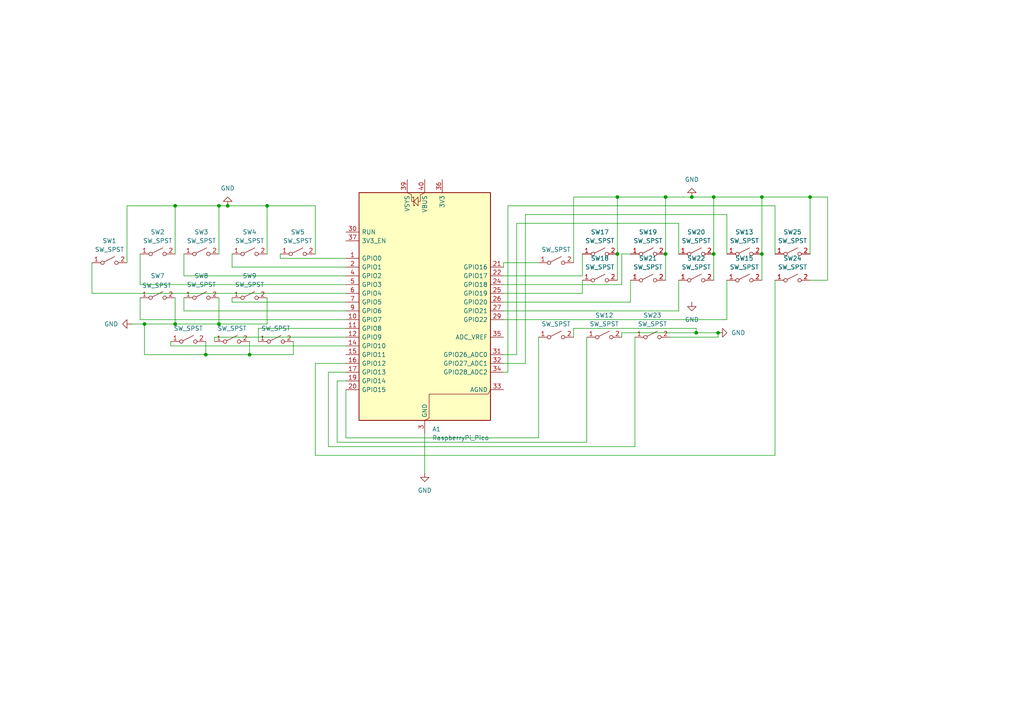
<source format=kicad_sch>
(kicad_sch
	(version 20250114)
	(generator "eeschema")
	(generator_version "9.0")
	(uuid "66167ebb-8d3d-4dc3-8074-c76b27564029")
	(paper "A4")
	(lib_symbols
		(symbol "MCU_Module:RaspberryPi_Pico"
			(pin_names
				(offset 0.762)
			)
			(exclude_from_sim no)
			(in_bom yes)
			(on_board yes)
			(property "Reference" "A"
				(at -19.05 35.56 0)
				(effects
					(font
						(size 1.27 1.27)
					)
					(justify left)
				)
			)
			(property "Value" "RaspberryPi_Pico"
				(at 7.62 35.56 0)
				(effects
					(font
						(size 1.27 1.27)
					)
					(justify left)
				)
			)
			(property "Footprint" "Module:RaspberryPi_Pico_Common_Unspecified"
				(at 0 -46.99 0)
				(effects
					(font
						(size 1.27 1.27)
					)
					(hide yes)
				)
			)
			(property "Datasheet" "https://datasheets.raspberrypi.com/pico/pico-datasheet.pdf"
				(at 0 -49.53 0)
				(effects
					(font
						(size 1.27 1.27)
					)
					(hide yes)
				)
			)
			(property "Description" "Versatile and inexpensive microcontroller module powered by RP2040 dual-core Arm Cortex-M0+ processor up to 133 MHz, 264kB SRAM, 2MB QSPI flash; also supports Raspberry Pi Pico 2"
				(at 0 -52.07 0)
				(effects
					(font
						(size 1.27 1.27)
					)
					(hide yes)
				)
			)
			(property "ki_keywords" "RP2350A M33 RISC-V Hazard3 usb"
				(at 0 0 0)
				(effects
					(font
						(size 1.27 1.27)
					)
					(hide yes)
				)
			)
			(property "ki_fp_filters" "RaspberryPi?Pico?Common* RaspberryPi?Pico?SMD*"
				(at 0 0 0)
				(effects
					(font
						(size 1.27 1.27)
					)
					(hide yes)
				)
			)
			(symbol "RaspberryPi_Pico_0_1"
				(rectangle
					(start -19.05 34.29)
					(end 19.05 -31.75)
					(stroke
						(width 0.254)
						(type default)
					)
					(fill
						(type background)
					)
				)
				(polyline
					(pts
						(xy -5.08 34.29) (xy -3.81 33.655) (xy -3.81 31.75) (xy -3.175 31.75)
					)
					(stroke
						(width 0)
						(type default)
					)
					(fill
						(type none)
					)
				)
				(polyline
					(pts
						(xy -3.429 32.766) (xy -3.429 33.02) (xy -3.175 33.02) (xy -3.175 30.48) (xy -2.921 30.48) (xy -2.921 30.734)
					)
					(stroke
						(width 0)
						(type default)
					)
					(fill
						(type none)
					)
				)
				(polyline
					(pts
						(xy -3.175 31.75) (xy -1.905 33.02) (xy -1.905 30.48) (xy -3.175 31.75)
					)
					(stroke
						(width 0)
						(type default)
					)
					(fill
						(type none)
					)
				)
				(polyline
					(pts
						(xy 0 34.29) (xy -1.27 33.655) (xy -1.27 31.75) (xy -1.905 31.75)
					)
					(stroke
						(width 0)
						(type default)
					)
					(fill
						(type none)
					)
				)
				(polyline
					(pts
						(xy 0 -31.75) (xy 1.27 -31.115) (xy 1.27 -24.13) (xy 18.415 -24.13) (xy 19.05 -22.86)
					)
					(stroke
						(width 0)
						(type default)
					)
					(fill
						(type none)
					)
				)
			)
			(symbol "RaspberryPi_Pico_1_1"
				(pin passive line
					(at -22.86 22.86 0)
					(length 3.81)
					(name "RUN"
						(effects
							(font
								(size 1.27 1.27)
							)
						)
					)
					(number "30"
						(effects
							(font
								(size 1.27 1.27)
							)
						)
					)
					(alternate "~{RESET}" passive line)
				)
				(pin passive line
					(at -22.86 20.32 0)
					(length 3.81)
					(name "3V3_EN"
						(effects
							(font
								(size 1.27 1.27)
							)
						)
					)
					(number "37"
						(effects
							(font
								(size 1.27 1.27)
							)
						)
					)
					(alternate "~{3V3_DISABLE}" passive line)
				)
				(pin bidirectional line
					(at -22.86 15.24 0)
					(length 3.81)
					(name "GPIO0"
						(effects
							(font
								(size 1.27 1.27)
							)
						)
					)
					(number "1"
						(effects
							(font
								(size 1.27 1.27)
							)
						)
					)
					(alternate "I2C0_SDA" bidirectional line)
					(alternate "PWM0_A" output line)
					(alternate "SPI0_RX" input line)
					(alternate "UART0_TX" output line)
					(alternate "USB_OVCUR_DET" input line)
				)
				(pin bidirectional line
					(at -22.86 12.7 0)
					(length 3.81)
					(name "GPIO1"
						(effects
							(font
								(size 1.27 1.27)
							)
						)
					)
					(number "2"
						(effects
							(font
								(size 1.27 1.27)
							)
						)
					)
					(alternate "I2C0_SCL" bidirectional clock)
					(alternate "PWM0_B" bidirectional line)
					(alternate "UART0_RX" input line)
					(alternate "USB_VBUS_DET" passive line)
					(alternate "~{SPI0_CSn}" bidirectional line)
				)
				(pin bidirectional line
					(at -22.86 10.16 0)
					(length 3.81)
					(name "GPIO2"
						(effects
							(font
								(size 1.27 1.27)
							)
						)
					)
					(number "4"
						(effects
							(font
								(size 1.27 1.27)
							)
						)
					)
					(alternate "I2C1_SDA" bidirectional line)
					(alternate "PWM1_A" output line)
					(alternate "SPI0_SCK" bidirectional clock)
					(alternate "UART0_CTS" input line)
					(alternate "USB_VBUS_EN" output line)
				)
				(pin bidirectional line
					(at -22.86 7.62 0)
					(length 3.81)
					(name "GPIO3"
						(effects
							(font
								(size 1.27 1.27)
							)
						)
					)
					(number "5"
						(effects
							(font
								(size 1.27 1.27)
							)
						)
					)
					(alternate "I2C1_SCL" bidirectional clock)
					(alternate "PWM1_B" bidirectional line)
					(alternate "SPI0_TX" output line)
					(alternate "UART0_RTS" output line)
					(alternate "USB_OVCUR_DET" input line)
				)
				(pin bidirectional line
					(at -22.86 5.08 0)
					(length 3.81)
					(name "GPIO4"
						(effects
							(font
								(size 1.27 1.27)
							)
						)
					)
					(number "6"
						(effects
							(font
								(size 1.27 1.27)
							)
						)
					)
					(alternate "I2C0_SDA" bidirectional line)
					(alternate "PWM2_A" output line)
					(alternate "SPI0_RX" input line)
					(alternate "UART1_TX" output line)
					(alternate "USB_VBUS_DET" input line)
				)
				(pin bidirectional line
					(at -22.86 2.54 0)
					(length 3.81)
					(name "GPIO5"
						(effects
							(font
								(size 1.27 1.27)
							)
						)
					)
					(number "7"
						(effects
							(font
								(size 1.27 1.27)
							)
						)
					)
					(alternate "I2C0_SCL" bidirectional clock)
					(alternate "PWM2_B" bidirectional line)
					(alternate "UART1_RX" input line)
					(alternate "USB_VBUS_EN" output line)
					(alternate "~{SPI0_CSn}" bidirectional line)
				)
				(pin bidirectional line
					(at -22.86 0 0)
					(length 3.81)
					(name "GPIO6"
						(effects
							(font
								(size 1.27 1.27)
							)
						)
					)
					(number "9"
						(effects
							(font
								(size 1.27 1.27)
							)
						)
					)
					(alternate "I2C1_SDA" bidirectional line)
					(alternate "PWM3_A" output line)
					(alternate "SPI0_SCK" bidirectional clock)
					(alternate "UART1_CTS" input line)
					(alternate "USB_OVCUR_DET" input line)
				)
				(pin bidirectional line
					(at -22.86 -2.54 0)
					(length 3.81)
					(name "GPIO7"
						(effects
							(font
								(size 1.27 1.27)
							)
						)
					)
					(number "10"
						(effects
							(font
								(size 1.27 1.27)
							)
						)
					)
					(alternate "I2C1_SCL" bidirectional clock)
					(alternate "PWM3_B" bidirectional line)
					(alternate "SPI0_TX" output line)
					(alternate "UART1_RTS" output line)
					(alternate "USB_VBUS_DET" input line)
				)
				(pin bidirectional line
					(at -22.86 -5.08 0)
					(length 3.81)
					(name "GPIO8"
						(effects
							(font
								(size 1.27 1.27)
							)
						)
					)
					(number "11"
						(effects
							(font
								(size 1.27 1.27)
							)
						)
					)
					(alternate "I2C0_SDA" bidirectional line)
					(alternate "PWM4_A" output line)
					(alternate "SPI1_RX" input line)
					(alternate "UART1_TX" output line)
					(alternate "USB_VBUS_EN" output line)
				)
				(pin bidirectional line
					(at -22.86 -7.62 0)
					(length 3.81)
					(name "GPIO9"
						(effects
							(font
								(size 1.27 1.27)
							)
						)
					)
					(number "12"
						(effects
							(font
								(size 1.27 1.27)
							)
						)
					)
					(alternate "I2C0_SCL" bidirectional clock)
					(alternate "PWM4_B" bidirectional line)
					(alternate "UART1_RX" input line)
					(alternate "USB_OVCUR_DET" input line)
					(alternate "~{SPI1_CSn}" bidirectional line)
				)
				(pin bidirectional line
					(at -22.86 -10.16 0)
					(length 3.81)
					(name "GPIO10"
						(effects
							(font
								(size 1.27 1.27)
							)
						)
					)
					(number "14"
						(effects
							(font
								(size 1.27 1.27)
							)
						)
					)
					(alternate "I2C1_SDA" bidirectional line)
					(alternate "PWM5_A" output line)
					(alternate "SPI1_SCK" bidirectional clock)
					(alternate "UART1_CTS" input line)
					(alternate "USB_VBUS_DET" input line)
				)
				(pin bidirectional line
					(at -22.86 -12.7 0)
					(length 3.81)
					(name "GPIO11"
						(effects
							(font
								(size 1.27 1.27)
							)
						)
					)
					(number "15"
						(effects
							(font
								(size 1.27 1.27)
							)
						)
					)
					(alternate "I2C1_SCL" bidirectional clock)
					(alternate "PWM5_B" bidirectional line)
					(alternate "SPI1_TX" output line)
					(alternate "UART1_RTS" output line)
					(alternate "USB_VBUS_EN" output line)
				)
				(pin bidirectional line
					(at -22.86 -15.24 0)
					(length 3.81)
					(name "GPIO12"
						(effects
							(font
								(size 1.27 1.27)
							)
						)
					)
					(number "16"
						(effects
							(font
								(size 1.27 1.27)
							)
						)
					)
					(alternate "I2C0_SDA" bidirectional line)
					(alternate "PWM6_A" output line)
					(alternate "SPI1_RX" input line)
					(alternate "UART0_TX" output line)
					(alternate "USB_OVCUR_DET" input line)
				)
				(pin bidirectional line
					(at -22.86 -17.78 0)
					(length 3.81)
					(name "GPIO13"
						(effects
							(font
								(size 1.27 1.27)
							)
						)
					)
					(number "17"
						(effects
							(font
								(size 1.27 1.27)
							)
						)
					)
					(alternate "I2C0_SCL" bidirectional clock)
					(alternate "PWM6_B" bidirectional line)
					(alternate "UART0_RX" input line)
					(alternate "USB_VBUS_DET" input line)
					(alternate "~{SPI1_CSn}" bidirectional line)
				)
				(pin bidirectional line
					(at -22.86 -20.32 0)
					(length 3.81)
					(name "GPIO14"
						(effects
							(font
								(size 1.27 1.27)
							)
						)
					)
					(number "19"
						(effects
							(font
								(size 1.27 1.27)
							)
						)
					)
					(alternate "I2C1_SDA" bidirectional line)
					(alternate "PWM7_A" output line)
					(alternate "SPI1_SCK" bidirectional clock)
					(alternate "UART0_CTS" input line)
					(alternate "USB_VBUS_EN" output line)
				)
				(pin bidirectional line
					(at -22.86 -22.86 0)
					(length 3.81)
					(name "GPIO15"
						(effects
							(font
								(size 1.27 1.27)
							)
						)
					)
					(number "20"
						(effects
							(font
								(size 1.27 1.27)
							)
						)
					)
					(alternate "I2C1_SCL" bidirectional clock)
					(alternate "PWM7_B" bidirectional line)
					(alternate "SPI1_TX" output line)
					(alternate "UART0_RTS" output line)
					(alternate "USB_OVCUR_DET" input line)
				)
				(pin power_in line
					(at -5.08 38.1 270)
					(length 3.81)
					(name "VSYS"
						(effects
							(font
								(size 1.27 1.27)
							)
						)
					)
					(number "39"
						(effects
							(font
								(size 1.27 1.27)
							)
						)
					)
					(alternate "VSYS_OUT" power_out line)
				)
				(pin power_out line
					(at 0 38.1 270)
					(length 3.81)
					(name "VBUS"
						(effects
							(font
								(size 1.27 1.27)
							)
						)
					)
					(number "40"
						(effects
							(font
								(size 1.27 1.27)
							)
						)
					)
					(alternate "VBUS_IN" power_in line)
				)
				(pin passive line
					(at 0 -35.56 90)
					(length 3.81)
					(hide yes)
					(name "GND"
						(effects
							(font
								(size 1.27 1.27)
							)
						)
					)
					(number "13"
						(effects
							(font
								(size 1.27 1.27)
							)
						)
					)
				)
				(pin passive line
					(at 0 -35.56 90)
					(length 3.81)
					(hide yes)
					(name "GND"
						(effects
							(font
								(size 1.27 1.27)
							)
						)
					)
					(number "18"
						(effects
							(font
								(size 1.27 1.27)
							)
						)
					)
				)
				(pin passive line
					(at 0 -35.56 90)
					(length 3.81)
					(hide yes)
					(name "GND"
						(effects
							(font
								(size 1.27 1.27)
							)
						)
					)
					(number "23"
						(effects
							(font
								(size 1.27 1.27)
							)
						)
					)
				)
				(pin passive line
					(at 0 -35.56 90)
					(length 3.81)
					(hide yes)
					(name "GND"
						(effects
							(font
								(size 1.27 1.27)
							)
						)
					)
					(number "28"
						(effects
							(font
								(size 1.27 1.27)
							)
						)
					)
				)
				(pin power_out line
					(at 0 -35.56 90)
					(length 3.81)
					(name "GND"
						(effects
							(font
								(size 1.27 1.27)
							)
						)
					)
					(number "3"
						(effects
							(font
								(size 1.27 1.27)
							)
						)
					)
					(alternate "GND_IN" power_in line)
				)
				(pin passive line
					(at 0 -35.56 90)
					(length 3.81)
					(hide yes)
					(name "GND"
						(effects
							(font
								(size 1.27 1.27)
							)
						)
					)
					(number "38"
						(effects
							(font
								(size 1.27 1.27)
							)
						)
					)
				)
				(pin passive line
					(at 0 -35.56 90)
					(length 3.81)
					(hide yes)
					(name "GND"
						(effects
							(font
								(size 1.27 1.27)
							)
						)
					)
					(number "8"
						(effects
							(font
								(size 1.27 1.27)
							)
						)
					)
				)
				(pin power_out line
					(at 5.08 38.1 270)
					(length 3.81)
					(name "3V3"
						(effects
							(font
								(size 1.27 1.27)
							)
						)
					)
					(number "36"
						(effects
							(font
								(size 1.27 1.27)
							)
						)
					)
				)
				(pin bidirectional line
					(at 22.86 12.7 180)
					(length 3.81)
					(name "GPIO16"
						(effects
							(font
								(size 1.27 1.27)
							)
						)
					)
					(number "21"
						(effects
							(font
								(size 1.27 1.27)
							)
						)
					)
					(alternate "I2C0_SDA" bidirectional line)
					(alternate "PWM0_A" output line)
					(alternate "SPI0_RX" input line)
					(alternate "UART0_TX" output line)
					(alternate "USB_VBUS_DET" input line)
				)
				(pin bidirectional line
					(at 22.86 10.16 180)
					(length 3.81)
					(name "GPIO17"
						(effects
							(font
								(size 1.27 1.27)
							)
						)
					)
					(number "22"
						(effects
							(font
								(size 1.27 1.27)
							)
						)
					)
					(alternate "I2C0_SCL" bidirectional clock)
					(alternate "PWM0_B" bidirectional line)
					(alternate "UART0_RX" input line)
					(alternate "USB_VBUS_EN" output line)
					(alternate "~{SPI0_CSn}" bidirectional line)
				)
				(pin bidirectional line
					(at 22.86 7.62 180)
					(length 3.81)
					(name "GPIO18"
						(effects
							(font
								(size 1.27 1.27)
							)
						)
					)
					(number "24"
						(effects
							(font
								(size 1.27 1.27)
							)
						)
					)
					(alternate "I2C1_SDA" bidirectional line)
					(alternate "PWM1_A" output line)
					(alternate "SPI0_SCK" bidirectional clock)
					(alternate "UART0_CTS" input line)
					(alternate "USB_OVCUR_DET" input line)
				)
				(pin bidirectional line
					(at 22.86 5.08 180)
					(length 3.81)
					(name "GPIO19"
						(effects
							(font
								(size 1.27 1.27)
							)
						)
					)
					(number "25"
						(effects
							(font
								(size 1.27 1.27)
							)
						)
					)
					(alternate "I2C1_SCL" bidirectional clock)
					(alternate "PWM1_B" bidirectional line)
					(alternate "SPI0_TX" output line)
					(alternate "UART0_RTS" output line)
					(alternate "USB_VBUS_DET" input line)
				)
				(pin bidirectional line
					(at 22.86 2.54 180)
					(length 3.81)
					(name "GPIO20"
						(effects
							(font
								(size 1.27 1.27)
							)
						)
					)
					(number "26"
						(effects
							(font
								(size 1.27 1.27)
							)
						)
					)
					(alternate "CLOCK_GPIN0" input clock)
					(alternate "I2C0_SDA" bidirectional line)
					(alternate "PWM2_A" output line)
					(alternate "SPI0_RX" input line)
					(alternate "UART1_TX" output line)
					(alternate "USB_VBUS_EN" output line)
				)
				(pin bidirectional line
					(at 22.86 0 180)
					(length 3.81)
					(name "GPIO21"
						(effects
							(font
								(size 1.27 1.27)
							)
						)
					)
					(number "27"
						(effects
							(font
								(size 1.27 1.27)
							)
						)
					)
					(alternate "CLOCK_GPOUT0" output clock)
					(alternate "I2C0_SCL" bidirectional clock)
					(alternate "PWM2_B" bidirectional line)
					(alternate "UART1_RX" input line)
					(alternate "USB_OVCUR_DET" input line)
					(alternate "~{SPI0_CSn}" bidirectional line)
				)
				(pin bidirectional line
					(at 22.86 -2.54 180)
					(length 3.81)
					(name "GPIO22"
						(effects
							(font
								(size 1.27 1.27)
							)
						)
					)
					(number "29"
						(effects
							(font
								(size 1.27 1.27)
							)
						)
					)
					(alternate "CLOCK_GPIN1" input clock)
					(alternate "I2C1_SDA" bidirectional line)
					(alternate "PWM3_A" output line)
					(alternate "SPI0_SCK" bidirectional clock)
					(alternate "UART1_CTS" input line)
					(alternate "USB_VBUS_DET" input line)
				)
				(pin power_in line
					(at 22.86 -7.62 180)
					(length 3.81)
					(name "ADC_VREF"
						(effects
							(font
								(size 1.27 1.27)
							)
						)
					)
					(number "35"
						(effects
							(font
								(size 1.27 1.27)
							)
						)
					)
				)
				(pin bidirectional line
					(at 22.86 -12.7 180)
					(length 3.81)
					(name "GPIO26_ADC0"
						(effects
							(font
								(size 1.27 1.27)
							)
						)
					)
					(number "31"
						(effects
							(font
								(size 1.27 1.27)
							)
						)
					)
					(alternate "ADC0" input line)
					(alternate "GPIO26" bidirectional line)
					(alternate "I2C1_SDA" bidirectional line)
					(alternate "PWM5_A" output line)
					(alternate "SPI1_SCK" bidirectional clock)
					(alternate "UART1_CTS" input line)
					(alternate "USB_VBUS_EN" output line)
				)
				(pin bidirectional line
					(at 22.86 -15.24 180)
					(length 3.81)
					(name "GPIO27_ADC1"
						(effects
							(font
								(size 1.27 1.27)
							)
						)
					)
					(number "32"
						(effects
							(font
								(size 1.27 1.27)
							)
						)
					)
					(alternate "ADC1" input line)
					(alternate "GPIO27" bidirectional line)
					(alternate "I2C1_SCL" bidirectional clock)
					(alternate "PWM5_B" bidirectional line)
					(alternate "SPI1_TX" output line)
					(alternate "UART1_RTS" output line)
					(alternate "USB_OVCUR_DET" input line)
				)
				(pin bidirectional line
					(at 22.86 -17.78 180)
					(length 3.81)
					(name "GPIO28_ADC2"
						(effects
							(font
								(size 1.27 1.27)
							)
						)
					)
					(number "34"
						(effects
							(font
								(size 1.27 1.27)
							)
						)
					)
					(alternate "ADC2" input line)
					(alternate "GPIO28" bidirectional line)
					(alternate "I2C0_SDA" bidirectional line)
					(alternate "PWM6_A" output line)
					(alternate "SPI1_RX" input line)
					(alternate "UART0_TX" output line)
					(alternate "USB_VBUS_DET" input line)
				)
				(pin power_out line
					(at 22.86 -22.86 180)
					(length 3.81)
					(name "AGND"
						(effects
							(font
								(size 1.27 1.27)
							)
						)
					)
					(number "33"
						(effects
							(font
								(size 1.27 1.27)
							)
						)
					)
					(alternate "GND" passive line)
				)
			)
			(embedded_fonts no)
		)
		(symbol "Switch:SW_SPST"
			(pin_names
				(offset 0)
				(hide yes)
			)
			(exclude_from_sim no)
			(in_bom yes)
			(on_board yes)
			(property "Reference" "SW"
				(at 0 3.175 0)
				(effects
					(font
						(size 1.27 1.27)
					)
				)
			)
			(property "Value" "SW_SPST"
				(at 0 -2.54 0)
				(effects
					(font
						(size 1.27 1.27)
					)
				)
			)
			(property "Footprint" ""
				(at 0 0 0)
				(effects
					(font
						(size 1.27 1.27)
					)
					(hide yes)
				)
			)
			(property "Datasheet" "~"
				(at 0 0 0)
				(effects
					(font
						(size 1.27 1.27)
					)
					(hide yes)
				)
			)
			(property "Description" "Single Pole Single Throw (SPST) switch"
				(at 0 0 0)
				(effects
					(font
						(size 1.27 1.27)
					)
					(hide yes)
				)
			)
			(property "ki_keywords" "switch lever"
				(at 0 0 0)
				(effects
					(font
						(size 1.27 1.27)
					)
					(hide yes)
				)
			)
			(symbol "SW_SPST_0_0"
				(circle
					(center -2.032 0)
					(radius 0.508)
					(stroke
						(width 0)
						(type default)
					)
					(fill
						(type none)
					)
				)
				(polyline
					(pts
						(xy -1.524 0.254) (xy 1.524 1.778)
					)
					(stroke
						(width 0)
						(type default)
					)
					(fill
						(type none)
					)
				)
				(circle
					(center 2.032 0)
					(radius 0.508)
					(stroke
						(width 0)
						(type default)
					)
					(fill
						(type none)
					)
				)
			)
			(symbol "SW_SPST_1_1"
				(pin passive line
					(at -5.08 0 0)
					(length 2.54)
					(name "A"
						(effects
							(font
								(size 1.27 1.27)
							)
						)
					)
					(number "1"
						(effects
							(font
								(size 1.27 1.27)
							)
						)
					)
				)
				(pin passive line
					(at 5.08 0 180)
					(length 2.54)
					(name "B"
						(effects
							(font
								(size 1.27 1.27)
							)
						)
					)
					(number "2"
						(effects
							(font
								(size 1.27 1.27)
							)
						)
					)
				)
			)
			(embedded_fonts no)
		)
		(symbol "power:GND"
			(power)
			(pin_numbers
				(hide yes)
			)
			(pin_names
				(offset 0)
				(hide yes)
			)
			(exclude_from_sim no)
			(in_bom yes)
			(on_board yes)
			(property "Reference" "#PWR"
				(at 0 -6.35 0)
				(effects
					(font
						(size 1.27 1.27)
					)
					(hide yes)
				)
			)
			(property "Value" "GND"
				(at 0 -3.81 0)
				(effects
					(font
						(size 1.27 1.27)
					)
				)
			)
			(property "Footprint" ""
				(at 0 0 0)
				(effects
					(font
						(size 1.27 1.27)
					)
					(hide yes)
				)
			)
			(property "Datasheet" ""
				(at 0 0 0)
				(effects
					(font
						(size 1.27 1.27)
					)
					(hide yes)
				)
			)
			(property "Description" "Power symbol creates a global label with name \"GND\" , ground"
				(at 0 0 0)
				(effects
					(font
						(size 1.27 1.27)
					)
					(hide yes)
				)
			)
			(property "ki_keywords" "global power"
				(at 0 0 0)
				(effects
					(font
						(size 1.27 1.27)
					)
					(hide yes)
				)
			)
			(symbol "GND_0_1"
				(polyline
					(pts
						(xy 0 0) (xy 0 -1.27) (xy 1.27 -1.27) (xy 0 -2.54) (xy -1.27 -1.27) (xy 0 -1.27)
					)
					(stroke
						(width 0)
						(type default)
					)
					(fill
						(type none)
					)
				)
			)
			(symbol "GND_1_1"
				(pin power_in line
					(at 0 0 270)
					(length 0)
					(name "~"
						(effects
							(font
								(size 1.27 1.27)
							)
						)
					)
					(number "1"
						(effects
							(font
								(size 1.27 1.27)
							)
						)
					)
				)
			)
			(embedded_fonts no)
		)
	)
	(junction
		(at 50.8 93.98)
		(diameter 0)
		(color 0 0 0 0)
		(uuid "1a9a79ab-5535-41d9-9819-9e875bcf1b5f")
	)
	(junction
		(at 77.47 59.69)
		(diameter 0)
		(color 0 0 0 0)
		(uuid "1db204cf-378a-46bd-9be3-165f5310bc2d")
	)
	(junction
		(at 207.01 57.15)
		(diameter 0)
		(color 0 0 0 0)
		(uuid "2268a0c4-7d39-4661-b129-fc7edfee48d8")
	)
	(junction
		(at 63.5 93.98)
		(diameter 0)
		(color 0 0 0 0)
		(uuid "239e8013-da3e-46de-a2e5-6aafd08b5cbd")
	)
	(junction
		(at 220.98 57.15)
		(diameter 0)
		(color 0 0 0 0)
		(uuid "246451da-67dd-479b-9c50-13fb75d860be")
	)
	(junction
		(at 234.95 57.15)
		(diameter 0)
		(color 0 0 0 0)
		(uuid "38383f16-afd1-4a3f-9f6b-60df70887621")
	)
	(junction
		(at 200.66 57.15)
		(diameter 0)
		(color 0 0 0 0)
		(uuid "3afbf3e1-c211-49f3-bd47-68282fc3937c")
	)
	(junction
		(at 193.04 73.66)
		(diameter 0)
		(color 0 0 0 0)
		(uuid "46f8b855-a9aa-4ea7-a2b7-09b3c6183677")
	)
	(junction
		(at 201.93 96.52)
		(diameter 0)
		(color 0 0 0 0)
		(uuid "4895ed18-a06b-486f-9a63-529f32ab5fac")
	)
	(junction
		(at 63.5 59.69)
		(diameter 0)
		(color 0 0 0 0)
		(uuid "4b5b3406-fd37-4e01-b30e-099fc82bf3ce")
	)
	(junction
		(at 50.8 59.69)
		(diameter 0)
		(color 0 0 0 0)
		(uuid "4f674ed0-c487-4c1c-b91f-fcbb2f0fb62e")
	)
	(junction
		(at 179.07 73.66)
		(diameter 0)
		(color 0 0 0 0)
		(uuid "5b58cf6a-f760-41af-bb42-a79b689dba19")
	)
	(junction
		(at 59.69 102.87)
		(diameter 0)
		(color 0 0 0 0)
		(uuid "7ef75748-8080-4df6-9f80-b13ae74c6358")
	)
	(junction
		(at 220.98 73.66)
		(diameter 0)
		(color 0 0 0 0)
		(uuid "827d432c-b4d5-4819-b6e4-0be59b5767c4")
	)
	(junction
		(at 208.28 96.52)
		(diameter 0)
		(color 0 0 0 0)
		(uuid "99b9b80e-2798-464c-9560-8252739ad07a")
	)
	(junction
		(at 207.01 73.66)
		(diameter 0)
		(color 0 0 0 0)
		(uuid "aa10e996-376f-4453-96d4-f72cfdc43bc4")
	)
	(junction
		(at 41.91 93.98)
		(diameter 0)
		(color 0 0 0 0)
		(uuid "b10c156a-332b-4f3c-af81-b06a1450367c")
	)
	(junction
		(at 193.04 57.15)
		(diameter 0)
		(color 0 0 0 0)
		(uuid "ce596ebc-e5b3-4fdf-97ef-8a7fd4226f2a")
	)
	(junction
		(at 66.04 59.69)
		(diameter 0)
		(color 0 0 0 0)
		(uuid "d1ee3243-3fa6-495d-b50a-fdf7971ec294")
	)
	(junction
		(at 179.07 57.15)
		(diameter 0)
		(color 0 0 0 0)
		(uuid "e2a40ecb-ba89-4023-954c-14cc145c83c1")
	)
	(junction
		(at 72.39 102.87)
		(diameter 0)
		(color 0 0 0 0)
		(uuid "e358c66f-425d-417c-ab27-48bf5a92496a")
	)
	(wire
		(pts
			(xy 234.95 81.28) (xy 240.03 81.28)
		)
		(stroke
			(width 0)
			(type default)
		)
		(uuid "015caee1-9e09-4196-89b6-134d595b8104")
	)
	(wire
		(pts
			(xy 196.85 73.66) (xy 196.85 64.77)
		)
		(stroke
			(width 0)
			(type default)
		)
		(uuid "0be1b92b-18a1-4155-b5da-a2d684885fa1")
	)
	(wire
		(pts
			(xy 168.91 80.01) (xy 146.05 80.01)
		)
		(stroke
			(width 0)
			(type default)
		)
		(uuid "0c13f375-a901-4b58-a9d3-a43e822e237c")
	)
	(wire
		(pts
			(xy 41.91 102.87) (xy 41.91 93.98)
		)
		(stroke
			(width 0)
			(type default)
		)
		(uuid "0dcdc2da-4466-4b9f-8fca-d7a917532067")
	)
	(wire
		(pts
			(xy 62.23 97.79) (xy 100.33 97.79)
		)
		(stroke
			(width 0)
			(type default)
		)
		(uuid "10dbe6e0-8bf4-4db2-9905-b401248d0b3b")
	)
	(wire
		(pts
			(xy 201.93 96.52) (xy 208.28 96.52)
		)
		(stroke
			(width 0)
			(type default)
		)
		(uuid "12a2a25b-458b-4cdf-b364-b89969969496")
	)
	(wire
		(pts
			(xy 77.47 59.69) (xy 66.04 59.69)
		)
		(stroke
			(width 0)
			(type default)
		)
		(uuid "1424d355-590b-4674-8772-8ac174ab0c14")
	)
	(wire
		(pts
			(xy 74.93 99.06) (xy 74.93 95.25)
		)
		(stroke
			(width 0)
			(type default)
		)
		(uuid "17e4412a-fb42-4c35-87ba-d41890aaac3f")
	)
	(wire
		(pts
			(xy 168.91 85.09) (xy 146.05 85.09)
		)
		(stroke
			(width 0)
			(type default)
		)
		(uuid "18e33a10-9b41-4d58-a746-49916da525c6")
	)
	(wire
		(pts
			(xy 184.15 97.79) (xy 184.15 129.54)
		)
		(stroke
			(width 0)
			(type default)
		)
		(uuid "1d3569e4-2601-477f-904a-887b54ec6005")
	)
	(wire
		(pts
			(xy 81.28 74.93) (xy 100.33 74.93)
		)
		(stroke
			(width 0)
			(type default)
		)
		(uuid "1e08e727-9de8-4f09-90a6-b00530242d56")
	)
	(wire
		(pts
			(xy 123.19 125.73) (xy 123.19 137.16)
		)
		(stroke
			(width 0)
			(type default)
		)
		(uuid "1f57de66-6750-4184-83aa-61bbda544e8e")
	)
	(wire
		(pts
			(xy 168.91 73.66) (xy 168.91 80.01)
		)
		(stroke
			(width 0)
			(type default)
		)
		(uuid "1fe766d5-cad5-45cd-a2d8-58a557eea2b3")
	)
	(wire
		(pts
			(xy 179.07 57.15) (xy 193.04 57.15)
		)
		(stroke
			(width 0)
			(type default)
		)
		(uuid "20715299-3571-4a5d-9f89-bc10ebc969ec")
	)
	(wire
		(pts
			(xy 95.25 107.95) (xy 100.33 107.95)
		)
		(stroke
			(width 0)
			(type default)
		)
		(uuid "223b219a-6eee-4003-ac87-dfe9b7d0ff35")
	)
	(wire
		(pts
			(xy 63.5 59.69) (xy 66.04 59.69)
		)
		(stroke
			(width 0)
			(type default)
		)
		(uuid "235dc853-c750-48ac-a1a1-e58435576d1c")
	)
	(wire
		(pts
			(xy 240.03 57.15) (xy 234.95 57.15)
		)
		(stroke
			(width 0)
			(type default)
		)
		(uuid "24dd43a7-c355-4eef-8c08-83f28bdbf2d6")
	)
	(wire
		(pts
			(xy 179.07 73.66) (xy 179.07 57.15)
		)
		(stroke
			(width 0)
			(type default)
		)
		(uuid "25f8c207-478c-4cb6-8f0b-d8afc5629de8")
	)
	(wire
		(pts
			(xy 74.93 95.25) (xy 100.33 95.25)
		)
		(stroke
			(width 0)
			(type default)
		)
		(uuid "2616ef55-0a2b-4cf6-aec3-7e4fe9f0fa6f")
	)
	(wire
		(pts
			(xy 53.34 73.66) (xy 53.34 80.01)
		)
		(stroke
			(width 0)
			(type default)
		)
		(uuid "29cd345b-55be-458b-8f0d-f4947e358f54")
	)
	(wire
		(pts
			(xy 234.95 57.15) (xy 220.98 57.15)
		)
		(stroke
			(width 0)
			(type default)
		)
		(uuid "2dc48983-dd0f-4e89-9e1e-1f7060a6c0e4")
	)
	(wire
		(pts
			(xy 201.93 95.25) (xy 201.93 96.52)
		)
		(stroke
			(width 0)
			(type default)
		)
		(uuid "2f3fe577-72b7-4905-8c56-69a3ed1cc4b6")
	)
	(wire
		(pts
			(xy 95.25 129.54) (xy 95.25 107.95)
		)
		(stroke
			(width 0)
			(type default)
		)
		(uuid "2f6e4b86-9456-4dac-82c9-e7576e6da5c3")
	)
	(wire
		(pts
			(xy 156.21 97.79) (xy 156.21 127)
		)
		(stroke
			(width 0)
			(type default)
		)
		(uuid "2f723296-417c-4e0c-b804-6c9d7a310e6d")
	)
	(wire
		(pts
			(xy 53.34 90.17) (xy 100.33 90.17)
		)
		(stroke
			(width 0)
			(type default)
		)
		(uuid "3411a9b0-0a9a-441c-92a5-65f7c539efda")
	)
	(wire
		(pts
			(xy 49.53 99.06) (xy 49.53 100.33)
		)
		(stroke
			(width 0)
			(type default)
		)
		(uuid "34e69bcd-74d8-4f3a-b5ae-18fd48c335fe")
	)
	(wire
		(pts
			(xy 67.31 73.66) (xy 67.31 77.47)
		)
		(stroke
			(width 0)
			(type default)
		)
		(uuid "3be8170e-8a8a-4af1-ab7e-14d51f14230f")
	)
	(wire
		(pts
			(xy 170.18 97.79) (xy 170.18 128.27)
		)
		(stroke
			(width 0)
			(type default)
		)
		(uuid "3d6be4cb-8d20-4626-abc2-b64ced88a6d0")
	)
	(wire
		(pts
			(xy 91.44 105.41) (xy 100.33 105.41)
		)
		(stroke
			(width 0)
			(type default)
		)
		(uuid "3f574638-9c9e-4687-bc38-3538bce20f45")
	)
	(wire
		(pts
			(xy 182.88 73.66) (xy 180.34 73.66)
		)
		(stroke
			(width 0)
			(type default)
		)
		(uuid "40577ae8-8a24-4e67-8243-9004880646df")
	)
	(wire
		(pts
			(xy 220.98 57.15) (xy 207.01 57.15)
		)
		(stroke
			(width 0)
			(type default)
		)
		(uuid "424f8ddd-fcf7-4ebc-b0fb-f403fb953a24")
	)
	(wire
		(pts
			(xy 63.5 73.66) (xy 63.5 59.69)
		)
		(stroke
			(width 0)
			(type default)
		)
		(uuid "42d7fb5d-306a-46e7-8348-de815ccb1d30")
	)
	(wire
		(pts
			(xy 224.79 81.28) (xy 224.79 132.08)
		)
		(stroke
			(width 0)
			(type default)
		)
		(uuid "4bb7b687-548e-49e2-ad00-9d152cf86c23")
	)
	(wire
		(pts
			(xy 220.98 73.66) (xy 220.98 81.28)
		)
		(stroke
			(width 0)
			(type default)
		)
		(uuid "4de1f838-ce1f-4537-8a2b-ca2c6cfb3615")
	)
	(wire
		(pts
			(xy 210.82 73.66) (xy 210.82 62.23)
		)
		(stroke
			(width 0)
			(type default)
		)
		(uuid "56268c34-2f37-46d1-bde2-31fcfaaf7c3a")
	)
	(wire
		(pts
			(xy 77.47 86.36) (xy 77.47 93.98)
		)
		(stroke
			(width 0)
			(type default)
		)
		(uuid "58822dc6-f3d1-4e5f-ad6f-fe68cb0f8a1e")
	)
	(wire
		(pts
			(xy 193.04 73.66) (xy 193.04 57.15)
		)
		(stroke
			(width 0)
			(type default)
		)
		(uuid "59ab4e43-69b1-47b1-ad3e-13d2ceb4611a")
	)
	(wire
		(pts
			(xy 26.67 76.2) (xy 26.67 85.09)
		)
		(stroke
			(width 0)
			(type default)
		)
		(uuid "5ae78e07-cd61-451a-b72a-66d9615ba102")
	)
	(wire
		(pts
			(xy 40.64 92.71) (xy 100.33 92.71)
		)
		(stroke
			(width 0)
			(type default)
		)
		(uuid "5cc3f16a-f2f7-4d66-987b-1cc994b03e72")
	)
	(wire
		(pts
			(xy 72.39 99.06) (xy 72.39 102.87)
		)
		(stroke
			(width 0)
			(type default)
		)
		(uuid "5ea6735b-4122-41dc-b786-ede6a3b073f1")
	)
	(wire
		(pts
			(xy 40.64 73.66) (xy 40.64 82.55)
		)
		(stroke
			(width 0)
			(type default)
		)
		(uuid "5f618085-efa3-42f6-a1c0-81205f928070")
	)
	(wire
		(pts
			(xy 170.18 128.27) (xy 97.79 128.27)
		)
		(stroke
			(width 0)
			(type default)
		)
		(uuid "6041d685-3c41-4f2d-a936-231c310e1994")
	)
	(wire
		(pts
			(xy 63.5 93.98) (xy 50.8 93.98)
		)
		(stroke
			(width 0)
			(type default)
		)
		(uuid "6151eb5b-570a-4386-aa6b-3b1bbadb1822")
	)
	(wire
		(pts
			(xy 50.8 86.36) (xy 50.8 93.98)
		)
		(stroke
			(width 0)
			(type default)
		)
		(uuid "65c7beca-b58f-4de4-806b-5be4b1fdd49d")
	)
	(wire
		(pts
			(xy 40.64 86.36) (xy 40.64 92.71)
		)
		(stroke
			(width 0)
			(type default)
		)
		(uuid "672e5edf-0da0-4e16-a6d2-9975306cca1f")
	)
	(wire
		(pts
			(xy 100.33 127) (xy 100.33 113.03)
		)
		(stroke
			(width 0)
			(type default)
		)
		(uuid "67cff5fb-1c7a-4caa-b336-b560690a15dd")
	)
	(wire
		(pts
			(xy 91.44 132.08) (xy 91.44 105.41)
		)
		(stroke
			(width 0)
			(type default)
		)
		(uuid "68e305cb-a567-4b09-ad6b-ef80343dc7a3")
	)
	(wire
		(pts
			(xy 234.95 73.66) (xy 234.95 57.15)
		)
		(stroke
			(width 0)
			(type default)
		)
		(uuid "6cede772-c887-44a0-a075-471a05081e17")
	)
	(wire
		(pts
			(xy 210.82 81.28) (xy 210.82 92.71)
		)
		(stroke
			(width 0)
			(type default)
		)
		(uuid "6ed828cf-ccb5-41c3-a075-c1751c3591d8")
	)
	(wire
		(pts
			(xy 240.03 81.28) (xy 240.03 57.15)
		)
		(stroke
			(width 0)
			(type default)
		)
		(uuid "6f5e05a7-a177-49a0-a853-875532f877f0")
	)
	(wire
		(pts
			(xy 210.82 62.23) (xy 152.4 62.23)
		)
		(stroke
			(width 0)
			(type default)
		)
		(uuid "7375b378-ceff-4bdb-83ef-44bf1de5f743")
	)
	(wire
		(pts
			(xy 194.31 97.79) (xy 208.28 97.79)
		)
		(stroke
			(width 0)
			(type default)
		)
		(uuid "73d8e2e7-f4c9-4b65-ab76-9f5dc531ed59")
	)
	(wire
		(pts
			(xy 41.91 93.98) (xy 38.1 93.98)
		)
		(stroke
			(width 0)
			(type default)
		)
		(uuid "767c064d-d741-47df-8d8b-4a894f4c35c3")
	)
	(wire
		(pts
			(xy 36.83 76.2) (xy 36.83 59.69)
		)
		(stroke
			(width 0)
			(type default)
		)
		(uuid "77d3a5b2-ad39-4f62-b977-7fe27fe9c37e")
	)
	(wire
		(pts
			(xy 196.85 81.28) (xy 196.85 90.17)
		)
		(stroke
			(width 0)
			(type default)
		)
		(uuid "7843dae5-c87d-41c3-b541-8e5425107d1c")
	)
	(wire
		(pts
			(xy 59.69 99.06) (xy 59.69 102.87)
		)
		(stroke
			(width 0)
			(type default)
		)
		(uuid "78f0ae58-388f-430c-b41b-ec5e8ac0f2bf")
	)
	(wire
		(pts
			(xy 67.31 87.63) (xy 100.33 87.63)
		)
		(stroke
			(width 0)
			(type default)
		)
		(uuid "7a8817a4-1ac0-4d7b-9d1e-bebf422ad9d3")
	)
	(wire
		(pts
			(xy 72.39 102.87) (xy 59.69 102.87)
		)
		(stroke
			(width 0)
			(type default)
		)
		(uuid "7b98be6e-8adf-4377-b65f-c13e560cb98e")
	)
	(wire
		(pts
			(xy 85.09 102.87) (xy 72.39 102.87)
		)
		(stroke
			(width 0)
			(type default)
		)
		(uuid "7fd10231-f3ae-48a4-a8b0-20501845af48")
	)
	(wire
		(pts
			(xy 146.05 76.2) (xy 146.05 77.47)
		)
		(stroke
			(width 0)
			(type default)
		)
		(uuid "8548c562-9f26-471a-903a-cd11b2f045ed")
	)
	(wire
		(pts
			(xy 208.28 97.79) (xy 208.28 96.52)
		)
		(stroke
			(width 0)
			(type default)
		)
		(uuid "866807b2-0b53-45a8-933b-e3b425f928b0")
	)
	(wire
		(pts
			(xy 207.01 57.15) (xy 200.66 57.15)
		)
		(stroke
			(width 0)
			(type default)
		)
		(uuid "8b226968-9bf6-4ba4-b8f4-86d9c17eb719")
	)
	(wire
		(pts
			(xy 67.31 86.36) (xy 67.31 87.63)
		)
		(stroke
			(width 0)
			(type default)
		)
		(uuid "929e063a-beba-4a1d-a0f9-6eee5524e966")
	)
	(wire
		(pts
			(xy 85.09 99.06) (xy 85.09 102.87)
		)
		(stroke
			(width 0)
			(type default)
		)
		(uuid "975a357c-3b1f-4c5d-9478-3d0cc3c1a4e7")
	)
	(wire
		(pts
			(xy 168.91 81.28) (xy 168.91 85.09)
		)
		(stroke
			(width 0)
			(type default)
		)
		(uuid "97f3aeac-1f4b-47f6-9547-064abf425a0b")
	)
	(wire
		(pts
			(xy 67.31 77.47) (xy 100.33 77.47)
		)
		(stroke
			(width 0)
			(type default)
		)
		(uuid "9b39bc30-85e6-488f-835b-8ebcc97122e8")
	)
	(wire
		(pts
			(xy 50.8 93.98) (xy 41.91 93.98)
		)
		(stroke
			(width 0)
			(type default)
		)
		(uuid "9b9f9128-2253-4de7-8a64-3d904e1b1b03")
	)
	(wire
		(pts
			(xy 97.79 110.49) (xy 100.33 110.49)
		)
		(stroke
			(width 0)
			(type default)
		)
		(uuid "9d88394b-0f5a-491d-bf59-895bded77613")
	)
	(wire
		(pts
			(xy 224.79 59.69) (xy 147.32 59.69)
		)
		(stroke
			(width 0)
			(type default)
		)
		(uuid "9db5386b-2202-4481-9211-b6b191c238a3")
	)
	(wire
		(pts
			(xy 193.04 57.15) (xy 200.66 57.15)
		)
		(stroke
			(width 0)
			(type default)
		)
		(uuid "9e94b181-2684-49c5-8cfb-281362997e31")
	)
	(wire
		(pts
			(xy 166.37 76.2) (xy 166.37 57.15)
		)
		(stroke
			(width 0)
			(type default)
		)
		(uuid "a2f817b1-2849-403b-8fcc-48550b2f837e")
	)
	(wire
		(pts
			(xy 53.34 86.36) (xy 53.34 90.17)
		)
		(stroke
			(width 0)
			(type default)
		)
		(uuid "a4c0ad66-add3-4c34-a472-c0604f91d9cc")
	)
	(wire
		(pts
			(xy 97.79 128.27) (xy 97.79 110.49)
		)
		(stroke
			(width 0)
			(type default)
		)
		(uuid "a5230471-9899-4d2a-8cfe-8a13bf0a4511")
	)
	(wire
		(pts
			(xy 49.53 100.33) (xy 100.33 100.33)
		)
		(stroke
			(width 0)
			(type default)
		)
		(uuid "a6abad43-24ce-43f9-a083-4fc1ea61ce6f")
	)
	(wire
		(pts
			(xy 184.15 129.54) (xy 95.25 129.54)
		)
		(stroke
			(width 0)
			(type default)
		)
		(uuid "a7af4195-f534-4987-a70e-5198a7e46369")
	)
	(wire
		(pts
			(xy 156.21 127) (xy 100.33 127)
		)
		(stroke
			(width 0)
			(type default)
		)
		(uuid "ab8884ce-8f27-4338-8c75-369c6cfd96d9")
	)
	(wire
		(pts
			(xy 53.34 80.01) (xy 100.33 80.01)
		)
		(stroke
			(width 0)
			(type default)
		)
		(uuid "abb528ac-165f-46bf-bc6a-73c52f2338b1")
	)
	(wire
		(pts
			(xy 210.82 92.71) (xy 146.05 92.71)
		)
		(stroke
			(width 0)
			(type default)
		)
		(uuid "ad2090ea-c38f-42c6-9746-ec94a1f296e1")
	)
	(wire
		(pts
			(xy 91.44 59.69) (xy 77.47 59.69)
		)
		(stroke
			(width 0)
			(type default)
		)
		(uuid "aed05d37-e694-4132-b08c-fef58441eac5")
	)
	(wire
		(pts
			(xy 62.23 99.06) (xy 62.23 97.79)
		)
		(stroke
			(width 0)
			(type default)
		)
		(uuid "b0fe51bb-a3f3-4a81-9620-8c6a3cb339a3")
	)
	(wire
		(pts
			(xy 224.79 132.08) (xy 91.44 132.08)
		)
		(stroke
			(width 0)
			(type default)
		)
		(uuid "b3b85739-2637-4a64-8080-deb9ce0100a2")
	)
	(wire
		(pts
			(xy 59.69 102.87) (xy 41.91 102.87)
		)
		(stroke
			(width 0)
			(type default)
		)
		(uuid "b49ffa23-e2fe-4159-a235-fe240e332066")
	)
	(wire
		(pts
			(xy 179.07 73.66) (xy 179.07 81.28)
		)
		(stroke
			(width 0)
			(type default)
		)
		(uuid "b53cc401-96a6-4e88-bbb6-971a2002fcf6")
	)
	(wire
		(pts
			(xy 147.32 59.69) (xy 147.32 107.95)
		)
		(stroke
			(width 0)
			(type default)
		)
		(uuid "b640a88b-cca5-4066-94e0-1945a960c121")
	)
	(wire
		(pts
			(xy 147.32 107.95) (xy 146.05 107.95)
		)
		(stroke
			(width 0)
			(type default)
		)
		(uuid "b6a650a5-f5ce-498c-ad97-3bcff94f8e46")
	)
	(wire
		(pts
			(xy 166.37 57.15) (xy 179.07 57.15)
		)
		(stroke
			(width 0)
			(type default)
		)
		(uuid "b7a71321-0fb7-41d0-bff4-dda0e0f74d04")
	)
	(wire
		(pts
			(xy 196.85 90.17) (xy 146.05 90.17)
		)
		(stroke
			(width 0)
			(type default)
		)
		(uuid "b90073d6-2e7e-4de7-8cf4-fa54bfc21bd5")
	)
	(wire
		(pts
			(xy 180.34 73.66) (xy 180.34 82.55)
		)
		(stroke
			(width 0)
			(type default)
		)
		(uuid "be6b5823-f736-4aa3-bb4a-44c7fce98617")
	)
	(wire
		(pts
			(xy 152.4 62.23) (xy 152.4 105.41)
		)
		(stroke
			(width 0)
			(type default)
		)
		(uuid "bf3ed01d-a3a8-4bef-8cb9-ad5ecaa574e4")
	)
	(wire
		(pts
			(xy 166.37 97.79) (xy 166.37 95.25)
		)
		(stroke
			(width 0)
			(type default)
		)
		(uuid "c7897049-2434-4279-b3c5-7a153732e9a9")
	)
	(wire
		(pts
			(xy 26.67 85.09) (xy 100.33 85.09)
		)
		(stroke
			(width 0)
			(type default)
		)
		(uuid "c79ad3b3-c64b-4803-a44b-e21f762803a8")
	)
	(wire
		(pts
			(xy 180.34 96.52) (xy 201.93 96.52)
		)
		(stroke
			(width 0)
			(type default)
		)
		(uuid "c9a0bd69-ed45-4aeb-967d-a12241ed07f3")
	)
	(wire
		(pts
			(xy 77.47 59.69) (xy 77.47 73.66)
		)
		(stroke
			(width 0)
			(type default)
		)
		(uuid "ca76a7fb-6751-4f4f-9b3f-965a9460d5f5")
	)
	(wire
		(pts
			(xy 36.83 59.69) (xy 50.8 59.69)
		)
		(stroke
			(width 0)
			(type default)
		)
		(uuid "cadb8855-b47a-4bb1-bd7e-61258a7d2498")
	)
	(wire
		(pts
			(xy 182.88 81.28) (xy 182.88 87.63)
		)
		(stroke
			(width 0)
			(type default)
		)
		(uuid "cb3c6f85-db8b-4ceb-961a-1dbd141b07e3")
	)
	(wire
		(pts
			(xy 50.8 73.66) (xy 50.8 59.69)
		)
		(stroke
			(width 0)
			(type default)
		)
		(uuid "cddc1f92-e70f-4dea-99a2-93126c457baf")
	)
	(wire
		(pts
			(xy 40.64 82.55) (xy 100.33 82.55)
		)
		(stroke
			(width 0)
			(type default)
		)
		(uuid "d006311e-96b6-4915-84ea-4c39764eb3d5")
	)
	(wire
		(pts
			(xy 193.04 73.66) (xy 193.04 81.28)
		)
		(stroke
			(width 0)
			(type default)
		)
		(uuid "d0fa71a5-5cf4-4691-ae8c-bb67e52bc150")
	)
	(wire
		(pts
			(xy 77.47 93.98) (xy 63.5 93.98)
		)
		(stroke
			(width 0)
			(type default)
		)
		(uuid "d1f7f735-4864-4dd0-90c2-caa386fe7700")
	)
	(wire
		(pts
			(xy 180.34 82.55) (xy 146.05 82.55)
		)
		(stroke
			(width 0)
			(type default)
		)
		(uuid "d669081b-f921-4ae7-bc7f-bdb0517e6901")
	)
	(wire
		(pts
			(xy 149.86 64.77) (xy 149.86 102.87)
		)
		(stroke
			(width 0)
			(type default)
		)
		(uuid "d6ff510a-de78-4772-a024-b79f5249ecc7")
	)
	(wire
		(pts
			(xy 152.4 105.41) (xy 146.05 105.41)
		)
		(stroke
			(width 0)
			(type default)
		)
		(uuid "d900b5d6-e6f8-4a75-8b75-19edab7df18d")
	)
	(wire
		(pts
			(xy 50.8 59.69) (xy 63.5 59.69)
		)
		(stroke
			(width 0)
			(type default)
		)
		(uuid "d9577aaa-07fb-4692-98a6-58c20ecf6db2")
	)
	(wire
		(pts
			(xy 63.5 86.36) (xy 63.5 93.98)
		)
		(stroke
			(width 0)
			(type default)
		)
		(uuid "d997e3fe-4d45-407d-bfe6-fa16d5d2dd8e")
	)
	(wire
		(pts
			(xy 81.28 73.66) (xy 81.28 74.93)
		)
		(stroke
			(width 0)
			(type default)
		)
		(uuid "dbdc1eb2-30ab-40f6-92bb-583b8eb429af")
	)
	(wire
		(pts
			(xy 166.37 95.25) (xy 201.93 95.25)
		)
		(stroke
			(width 0)
			(type default)
		)
		(uuid "dc3a5494-c6f0-4642-afd2-10365605850d")
	)
	(wire
		(pts
			(xy 180.34 97.79) (xy 180.34 96.52)
		)
		(stroke
			(width 0)
			(type default)
		)
		(uuid "dc75c69f-cb6d-44db-a9f9-ff5c88a28b9b")
	)
	(wire
		(pts
			(xy 220.98 57.15) (xy 220.98 73.66)
		)
		(stroke
			(width 0)
			(type default)
		)
		(uuid "e880628f-b550-4ac8-9e50-8c7c329e1be4")
	)
	(wire
		(pts
			(xy 182.88 87.63) (xy 146.05 87.63)
		)
		(stroke
			(width 0)
			(type default)
		)
		(uuid "ef018d09-6faa-4f08-9b07-f2b0d15972d9")
	)
	(wire
		(pts
			(xy 224.79 73.66) (xy 224.79 59.69)
		)
		(stroke
			(width 0)
			(type default)
		)
		(uuid "f1370fa9-2357-44cc-b4d8-a7f6dc2ff3f0")
	)
	(wire
		(pts
			(xy 91.44 73.66) (xy 91.44 59.69)
		)
		(stroke
			(width 0)
			(type default)
		)
		(uuid "f23714ce-2402-4d83-b50d-d18f63f287d1")
	)
	(wire
		(pts
			(xy 207.01 57.15) (xy 207.01 73.66)
		)
		(stroke
			(width 0)
			(type default)
		)
		(uuid "f3914997-fba2-4793-b86d-0df93812cb99")
	)
	(wire
		(pts
			(xy 196.85 64.77) (xy 149.86 64.77)
		)
		(stroke
			(width 0)
			(type default)
		)
		(uuid "f3e5e848-20f6-4b1c-a735-bc35bcf17bfe")
	)
	(wire
		(pts
			(xy 156.21 76.2) (xy 146.05 76.2)
		)
		(stroke
			(width 0)
			(type default)
		)
		(uuid "f459c054-7110-4bc6-9c19-e0959d67c173")
	)
	(wire
		(pts
			(xy 207.01 73.66) (xy 207.01 81.28)
		)
		(stroke
			(width 0)
			(type default)
		)
		(uuid "f86180e9-a68c-4ac2-bcae-1f196948ed8d")
	)
	(wire
		(pts
			(xy 149.86 102.87) (xy 146.05 102.87)
		)
		(stroke
			(width 0)
			(type default)
		)
		(uuid "fbddd93c-fe5d-4372-b3a0-69a5921e68bc")
	)
	(symbol
		(lib_id "Switch:SW_SPST")
		(at 54.61 99.06 0)
		(unit 1)
		(exclude_from_sim no)
		(in_bom yes)
		(on_board yes)
		(dnp no)
		(fields_autoplaced yes)
		(uuid "001b3b0a-b143-4758-9137-501e4bf33da7")
		(property "Reference" "SW11"
			(at 54.61 92.71 0)
			(effects
				(font
					(size 1.27 1.27)
				)
				(hide yes)
			)
		)
		(property "Value" "SW_SPST"
			(at 54.61 95.25 0)
			(effects
				(font
					(size 1.27 1.27)
				)
			)
		)
		(property "Footprint" "Downloads:Gateron-KS33-Solderable-1U"
			(at 54.61 99.06 0)
			(effects
				(font
					(size 1.27 1.27)
				)
				(hide yes)
			)
		)
		(property "Datasheet" "~"
			(at 54.61 99.06 0)
			(effects
				(font
					(size 1.27 1.27)
				)
				(hide yes)
			)
		)
		(property "Description" "Single Pole Single Throw (SPST) switch"
			(at 54.61 99.06 0)
			(effects
				(font
					(size 1.27 1.27)
				)
				(hide yes)
			)
		)
		(pin "1"
			(uuid "35308cb6-f0ed-4a9c-a043-19e1eaa60a72")
		)
		(pin "2"
			(uuid "4e032057-bf0a-4dc3-be6e-a29faa931e98")
		)
		(instances
			(project ""
				(path "/66167ebb-8d3d-4dc3-8074-c76b27564029"
					(reference "SW11")
					(unit 1)
				)
			)
		)
	)
	(symbol
		(lib_id "power:GND")
		(at 208.28 96.52 90)
		(unit 1)
		(exclude_from_sim no)
		(in_bom yes)
		(on_board yes)
		(dnp no)
		(fields_autoplaced yes)
		(uuid "0ec9abc3-d3c7-471c-84e8-397da672ac1b")
		(property "Reference" "#PWR03"
			(at 214.63 96.52 0)
			(effects
				(font
					(size 1.27 1.27)
				)
				(hide yes)
			)
		)
		(property "Value" "GND"
			(at 212.09 96.5199 90)
			(effects
				(font
					(size 1.27 1.27)
				)
				(justify right)
			)
		)
		(property "Footprint" ""
			(at 208.28 96.52 0)
			(effects
				(font
					(size 1.27 1.27)
				)
				(hide yes)
			)
		)
		(property "Datasheet" ""
			(at 208.28 96.52 0)
			(effects
				(font
					(size 1.27 1.27)
				)
				(hide yes)
			)
		)
		(property "Description" "Power symbol creates a global label with name \"GND\" , ground"
			(at 208.28 96.52 0)
			(effects
				(font
					(size 1.27 1.27)
				)
				(hide yes)
			)
		)
		(pin "1"
			(uuid "e52a9bd7-47ba-4b21-8c24-1ab650737f79")
		)
		(instances
			(project ""
				(path "/66167ebb-8d3d-4dc3-8074-c76b27564029"
					(reference "#PWR03")
					(unit 1)
				)
			)
		)
	)
	(symbol
		(lib_id "power:GND")
		(at 200.66 87.63 0)
		(unit 1)
		(exclude_from_sim no)
		(in_bom yes)
		(on_board yes)
		(dnp no)
		(fields_autoplaced yes)
		(uuid "1170bac4-872f-42eb-a524-4d8d3c78796d")
		(property "Reference" "#PWR05"
			(at 200.66 93.98 0)
			(effects
				(font
					(size 1.27 1.27)
				)
				(hide yes)
			)
		)
		(property "Value" "GND"
			(at 200.66 92.71 0)
			(effects
				(font
					(size 1.27 1.27)
				)
			)
		)
		(property "Footprint" ""
			(at 200.66 87.63 0)
			(effects
				(font
					(size 1.27 1.27)
				)
				(hide yes)
			)
		)
		(property "Datasheet" ""
			(at 200.66 87.63 0)
			(effects
				(font
					(size 1.27 1.27)
				)
				(hide yes)
			)
		)
		(property "Description" "Power symbol creates a global label with name \"GND\" , ground"
			(at 200.66 87.63 0)
			(effects
				(font
					(size 1.27 1.27)
				)
				(hide yes)
			)
		)
		(pin "1"
			(uuid "e52a9bd7-47ba-4b21-8c24-1ab650737f7a")
		)
		(instances
			(project ""
				(path "/66167ebb-8d3d-4dc3-8074-c76b27564029"
					(reference "#PWR05")
					(unit 1)
				)
			)
		)
	)
	(symbol
		(lib_id "Switch:SW_SPST")
		(at 161.29 76.2 0)
		(unit 1)
		(exclude_from_sim no)
		(in_bom yes)
		(on_board yes)
		(dnp no)
		(fields_autoplaced yes)
		(uuid "13c21481-a434-4f3c-a5d3-97104a2d69df")
		(property "Reference" "SW16"
			(at 161.29 69.85 0)
			(effects
				(font
					(size 1.27 1.27)
				)
				(hide yes)
			)
		)
		(property "Value" "SW_SPST"
			(at 161.29 72.39 0)
			(effects
				(font
					(size 1.27 1.27)
				)
			)
		)
		(property "Footprint" "Downloads:Gateron-KS33-Solderable-1U"
			(at 161.29 76.2 0)
			(effects
				(font
					(size 1.27 1.27)
				)
				(hide yes)
			)
		)
		(property "Datasheet" "~"
			(at 161.29 76.2 0)
			(effects
				(font
					(size 1.27 1.27)
				)
				(hide yes)
			)
		)
		(property "Description" "Single Pole Single Throw (SPST) switch"
			(at 161.29 76.2 0)
			(effects
				(font
					(size 1.27 1.27)
				)
				(hide yes)
			)
		)
		(pin "1"
			(uuid "e4871079-ff0a-461f-a503-2fb1c3c55c70")
		)
		(pin "2"
			(uuid "776e6a3b-efe5-45dd-8412-2550ec6f6e24")
		)
		(instances
			(project ""
				(path "/66167ebb-8d3d-4dc3-8074-c76b27564029"
					(reference "SW16")
					(unit 1)
				)
			)
		)
	)
	(symbol
		(lib_id "Switch:SW_SPST")
		(at 72.39 73.66 0)
		(unit 1)
		(exclude_from_sim no)
		(in_bom yes)
		(on_board yes)
		(dnp no)
		(fields_autoplaced yes)
		(uuid "16a924b2-0b9e-4d1f-a542-4ac6edc4a084")
		(property "Reference" "SW4"
			(at 72.39 67.31 0)
			(effects
				(font
					(size 1.27 1.27)
				)
			)
		)
		(property "Value" "SW_SPST"
			(at 72.39 69.85 0)
			(effects
				(font
					(size 1.27 1.27)
				)
			)
		)
		(property "Footprint" "Downloads:Gateron-KS33-Solderable-1U"
			(at 72.39 73.66 0)
			(effects
				(font
					(size 1.27 1.27)
				)
				(hide yes)
			)
		)
		(property "Datasheet" "~"
			(at 72.39 73.66 0)
			(effects
				(font
					(size 1.27 1.27)
				)
				(hide yes)
			)
		)
		(property "Description" "Single Pole Single Throw (SPST) switch"
			(at 72.39 73.66 0)
			(effects
				(font
					(size 1.27 1.27)
				)
				(hide yes)
			)
		)
		(pin "2"
			(uuid "4da2b678-549b-4e8a-a526-505bb6464af5")
		)
		(pin "1"
			(uuid "1489ef16-1610-4a86-876c-5b6eb8c91eca")
		)
		(instances
			(project ""
				(path "/66167ebb-8d3d-4dc3-8074-c76b27564029"
					(reference "SW4")
					(unit 1)
				)
			)
		)
	)
	(symbol
		(lib_id "Switch:SW_SPST")
		(at 80.01 99.06 0)
		(unit 1)
		(exclude_from_sim no)
		(in_bom yes)
		(on_board yes)
		(dnp no)
		(fields_autoplaced yes)
		(uuid "1e420c5f-0fe8-4120-a326-a91929c86adf")
		(property "Reference" "SW6"
			(at 80.01 92.71 0)
			(effects
				(font
					(size 1.27 1.27)
				)
				(hide yes)
			)
		)
		(property "Value" "SW_SPST"
			(at 80.01 95.25 0)
			(effects
				(font
					(size 1.27 1.27)
				)
			)
		)
		(property "Footprint" "Downloads:Gateron-KS33-Solderable-1U"
			(at 80.01 99.06 0)
			(effects
				(font
					(size 1.27 1.27)
				)
				(hide yes)
			)
		)
		(property "Datasheet" "~"
			(at 80.01 99.06 0)
			(effects
				(font
					(size 1.27 1.27)
				)
				(hide yes)
			)
		)
		(property "Description" "Single Pole Single Throw (SPST) switch"
			(at 80.01 99.06 0)
			(effects
				(font
					(size 1.27 1.27)
				)
				(hide yes)
			)
		)
		(pin "1"
			(uuid "35308cb6-f0ed-4a9c-a043-19e1eaa60a73")
		)
		(pin "2"
			(uuid "4e032057-bf0a-4dc3-be6e-a29faa931e99")
		)
		(instances
			(project ""
				(path "/66167ebb-8d3d-4dc3-8074-c76b27564029"
					(reference "SW6")
					(unit 1)
				)
			)
		)
	)
	(symbol
		(lib_id "Switch:SW_SPST")
		(at 58.42 86.36 0)
		(unit 1)
		(exclude_from_sim no)
		(in_bom yes)
		(on_board yes)
		(dnp no)
		(fields_autoplaced yes)
		(uuid "2214b75f-b851-4d68-b4ef-9c2842e8fb7d")
		(property "Reference" "SW8"
			(at 58.42 80.01 0)
			(effects
				(font
					(size 1.27 1.27)
				)
			)
		)
		(property "Value" "SW_SPST"
			(at 58.42 82.55 0)
			(effects
				(font
					(size 1.27 1.27)
				)
			)
		)
		(property "Footprint" "Downloads:Gateron-KS33-Solderable-1U"
			(at 58.42 86.36 0)
			(effects
				(font
					(size 1.27 1.27)
				)
				(hide yes)
			)
		)
		(property "Datasheet" "~"
			(at 58.42 86.36 0)
			(effects
				(font
					(size 1.27 1.27)
				)
				(hide yes)
			)
		)
		(property "Description" "Single Pole Single Throw (SPST) switch"
			(at 58.42 86.36 0)
			(effects
				(font
					(size 1.27 1.27)
				)
				(hide yes)
			)
		)
		(pin "2"
			(uuid "4da2b678-549b-4e8a-a526-505bb6464af6")
		)
		(pin "1"
			(uuid "1489ef16-1610-4a86-876c-5b6eb8c91ecb")
		)
		(instances
			(project ""
				(path "/66167ebb-8d3d-4dc3-8074-c76b27564029"
					(reference "SW8")
					(unit 1)
				)
			)
		)
	)
	(symbol
		(lib_id "MCU_Module:RaspberryPi_Pico")
		(at 123.19 90.17 0)
		(unit 1)
		(exclude_from_sim no)
		(in_bom yes)
		(on_board yes)
		(dnp no)
		(fields_autoplaced yes)
		(uuid "23a0451a-f018-4c8c-90d9-a2d165811bd7")
		(property "Reference" "A1"
			(at 125.3333 124.46 0)
			(effects
				(font
					(size 1.27 1.27)
				)
				(justify left)
			)
		)
		(property "Value" "RaspberryPi_Pico"
			(at 125.3333 127 0)
			(effects
				(font
					(size 1.27 1.27)
				)
				(justify left)
			)
		)
		(property "Footprint" "Module:RaspberryPi_Pico_Common_Unspecified"
			(at 123.19 137.16 0)
			(effects
				(font
					(size 1.27 1.27)
				)
				(hide yes)
			)
		)
		(property "Datasheet" "https://datasheets.raspberrypi.com/pico/pico-datasheet.pdf"
			(at 123.19 139.7 0)
			(effects
				(font
					(size 1.27 1.27)
				)
				(hide yes)
			)
		)
		(property "Description" "Versatile and inexpensive microcontroller module powered by RP2040 dual-core Arm Cortex-M0+ processor up to 133 MHz, 264kB SRAM, 2MB QSPI flash; also supports Raspberry Pi Pico 2"
			(at 123.19 142.24 0)
			(effects
				(font
					(size 1.27 1.27)
				)
				(hide yes)
			)
		)
		(pin "7"
			(uuid "68cb01bc-7d5b-4173-a1d7-8b3fd1c4fb4d")
		)
		(pin "9"
			(uuid "da1f1123-4845-41e3-83de-308e80ce3891")
		)
		(pin "6"
			(uuid "b6e3dd67-f84c-4299-a517-fb02321aa3fb")
		)
		(pin "11"
			(uuid "88dbb24e-6cc0-4263-a2b0-c0ad2909928f")
		)
		(pin "12"
			(uuid "c4d84ad6-f358-4f75-91c4-ca837adba6b2")
		)
		(pin "14"
			(uuid "b577e02b-0bc8-4c77-b0e9-4ced2a72d7cb")
		)
		(pin "1"
			(uuid "fe214a38-5c39-4dd2-94a6-8b96555aa6f2")
		)
		(pin "15"
			(uuid "037c781f-6221-4f30-a028-19f570061b19")
		)
		(pin "37"
			(uuid "813086d3-a3e4-43f1-b4eb-c38f4da08d36")
		)
		(pin "5"
			(uuid "ab2524d4-d6b0-4b2e-ae1d-2d406a2a9a99")
		)
		(pin "10"
			(uuid "7b6e4162-f983-4d1e-9df0-b4cc5842235b")
		)
		(pin "4"
			(uuid "40c2c187-591d-49c5-b70d-ebad645d0abf")
		)
		(pin "30"
			(uuid "fde146bd-098e-4b92-961e-2de84b08c1b0")
		)
		(pin "2"
			(uuid "e1474374-1786-4a02-8c80-718c439148d5")
		)
		(pin "34"
			(uuid "7b44742c-6432-45b0-b93d-3aaccc467c17")
		)
		(pin "16"
			(uuid "24a72555-9180-41f6-9169-a8dc779011f8")
		)
		(pin "13"
			(uuid "bbe2a825-3174-4e16-9c7f-9173e1954844")
		)
		(pin "18"
			(uuid "954c6a90-42f6-48eb-99cb-fdac2c079372")
		)
		(pin "40"
			(uuid "470e7ce8-40ab-4ca4-9db1-2a5b4d900087")
		)
		(pin "39"
			(uuid "838eef26-3916-4363-b92d-23dd43021fe8")
		)
		(pin "8"
			(uuid "9990af93-2ebc-47a2-b9cf-a2f2dfeae166")
		)
		(pin "25"
			(uuid "fb607791-2ac6-40bb-b9af-ecb613b21bc7")
		)
		(pin "21"
			(uuid "9842b384-e1d7-41c6-8a07-1a51fdba6a61")
		)
		(pin "28"
			(uuid "fb0d4c70-1255-4da3-bfc5-7b94bafd1d7b")
		)
		(pin "38"
			(uuid "2fed8e80-c644-4145-ba6f-21f9165b5fdc")
		)
		(pin "22"
			(uuid "067e621e-9fcc-4a71-88c5-ab324d27fa39")
		)
		(pin "24"
			(uuid "9205d38b-04d0-4868-8f2c-b7591e8ae8b4")
		)
		(pin "20"
			(uuid "caf17d92-cb2a-401c-b655-1054c6989b68")
		)
		(pin "17"
			(uuid "e6079b85-7009-4343-9dfa-12ab1a4fd598")
		)
		(pin "26"
			(uuid "e8dc679a-1b0b-4add-a2e7-69cc84937d0b")
		)
		(pin "19"
			(uuid "a10610ee-7958-4a77-ba51-a4fc90047492")
		)
		(pin "3"
			(uuid "60c15355-2562-45cf-a371-742dd2d0ee59")
		)
		(pin "23"
			(uuid "4509a789-54b7-47a1-8ea5-7dd9da7cb468")
		)
		(pin "29"
			(uuid "e8329509-3fdc-47bc-b45f-b1c7ecc9d5df")
		)
		(pin "35"
			(uuid "0e2adb41-28b1-40c0-b3b2-abeac649af06")
		)
		(pin "31"
			(uuid "4f7be052-999a-43b5-8c77-40e0c73608cd")
		)
		(pin "36"
			(uuid "2fce1880-fa8a-494e-b915-5831f465703d")
		)
		(pin "32"
			(uuid "a69107a1-4e80-42d9-928b-17f4bdc449f9")
		)
		(pin "27"
			(uuid "fe55fc34-9601-49c9-9155-0e41e52ff98b")
		)
		(pin "33"
			(uuid "fcf2ac32-df34-4d8f-bd97-d5deb240532c")
		)
		(instances
			(project ""
				(path "/66167ebb-8d3d-4dc3-8074-c76b27564029"
					(reference "A1")
					(unit 1)
				)
			)
		)
	)
	(symbol
		(lib_id "Switch:SW_SPST")
		(at 229.87 81.28 0)
		(unit 1)
		(exclude_from_sim no)
		(in_bom yes)
		(on_board yes)
		(dnp no)
		(fields_autoplaced yes)
		(uuid "257ad3c6-f8ac-4a8e-9e6d-a16184937b4a")
		(property "Reference" "SW24"
			(at 229.87 74.93 0)
			(effects
				(font
					(size 1.27 1.27)
				)
			)
		)
		(property "Value" "SW_SPST"
			(at 229.87 77.47 0)
			(effects
				(font
					(size 1.27 1.27)
				)
			)
		)
		(property "Footprint" "Downloads:Gateron-KS33-Solderable-1U"
			(at 229.87 81.28 0)
			(effects
				(font
					(size 1.27 1.27)
				)
				(hide yes)
			)
		)
		(property "Datasheet" "~"
			(at 229.87 81.28 0)
			(effects
				(font
					(size 1.27 1.27)
				)
				(hide yes)
			)
		)
		(property "Description" "Single Pole Single Throw (SPST) switch"
			(at 229.87 81.28 0)
			(effects
				(font
					(size 1.27 1.27)
				)
				(hide yes)
			)
		)
		(pin "1"
			(uuid "ca364387-4c22-4dd7-9eb3-07cdc4a68881")
		)
		(pin "2"
			(uuid "64f9fdf3-b1f5-481d-be2b-cda26bc4756b")
		)
		(instances
			(project ""
				(path "/66167ebb-8d3d-4dc3-8074-c76b27564029"
					(reference "SW24")
					(unit 1)
				)
			)
		)
	)
	(symbol
		(lib_id "Switch:SW_SPST")
		(at 215.9 81.28 0)
		(unit 1)
		(exclude_from_sim no)
		(in_bom yes)
		(on_board yes)
		(dnp no)
		(fields_autoplaced yes)
		(uuid "26f439e1-6ffd-42a4-bddf-4afd527a60cd")
		(property "Reference" "SW15"
			(at 215.9 74.93 0)
			(effects
				(font
					(size 1.27 1.27)
				)
			)
		)
		(property "Value" "SW_SPST"
			(at 215.9 77.47 0)
			(effects
				(font
					(size 1.27 1.27)
				)
			)
		)
		(property "Footprint" "Downloads:Gateron-KS33-Solderable-1U"
			(at 215.9 81.28 0)
			(effects
				(font
					(size 1.27 1.27)
				)
				(hide yes)
			)
		)
		(property "Datasheet" "~"
			(at 215.9 81.28 0)
			(effects
				(font
					(size 1.27 1.27)
				)
				(hide yes)
			)
		)
		(property "Description" "Single Pole Single Throw (SPST) switch"
			(at 215.9 81.28 0)
			(effects
				(font
					(size 1.27 1.27)
				)
				(hide yes)
			)
		)
		(pin "1"
			(uuid "ca364387-4c22-4dd7-9eb3-07cdc4a68882")
		)
		(pin "2"
			(uuid "64f9fdf3-b1f5-481d-be2b-cda26bc4756c")
		)
		(instances
			(project ""
				(path "/66167ebb-8d3d-4dc3-8074-c76b27564029"
					(reference "SW15")
					(unit 1)
				)
			)
		)
	)
	(symbol
		(lib_id "Switch:SW_SPST")
		(at 229.87 73.66 0)
		(unit 1)
		(exclude_from_sim no)
		(in_bom yes)
		(on_board yes)
		(dnp no)
		(fields_autoplaced yes)
		(uuid "417b24ff-2e59-490d-8b32-38d3cb630110")
		(property "Reference" "SW25"
			(at 229.87 67.31 0)
			(effects
				(font
					(size 1.27 1.27)
				)
			)
		)
		(property "Value" "SW_SPST"
			(at 229.87 69.85 0)
			(effects
				(font
					(size 1.27 1.27)
				)
			)
		)
		(property "Footprint" "Downloads:Gateron-KS33-Solderable-1U"
			(at 229.87 73.66 0)
			(effects
				(font
					(size 1.27 1.27)
				)
				(hide yes)
			)
		)
		(property "Datasheet" "~"
			(at 229.87 73.66 0)
			(effects
				(font
					(size 1.27 1.27)
				)
				(hide yes)
			)
		)
		(property "Description" "Single Pole Single Throw (SPST) switch"
			(at 229.87 73.66 0)
			(effects
				(font
					(size 1.27 1.27)
				)
				(hide yes)
			)
		)
		(pin "1"
			(uuid "ca364387-4c22-4dd7-9eb3-07cdc4a68883")
		)
		(pin "2"
			(uuid "64f9fdf3-b1f5-481d-be2b-cda26bc4756d")
		)
		(instances
			(project ""
				(path "/66167ebb-8d3d-4dc3-8074-c76b27564029"
					(reference "SW25")
					(unit 1)
				)
			)
		)
	)
	(symbol
		(lib_id "Switch:SW_SPST")
		(at 86.36 73.66 0)
		(unit 1)
		(exclude_from_sim no)
		(in_bom yes)
		(on_board yes)
		(dnp no)
		(fields_autoplaced yes)
		(uuid "4396e2b0-6e98-421e-af26-a405781d446d")
		(property "Reference" "SW5"
			(at 86.36 67.31 0)
			(effects
				(font
					(size 1.27 1.27)
				)
			)
		)
		(property "Value" "SW_SPST"
			(at 86.36 69.85 0)
			(effects
				(font
					(size 1.27 1.27)
				)
			)
		)
		(property "Footprint" "Downloads:Gateron-KS33-Solderable-1U"
			(at 86.36 73.66 0)
			(effects
				(font
					(size 1.27 1.27)
				)
				(hide yes)
			)
		)
		(property "Datasheet" "~"
			(at 86.36 73.66 0)
			(effects
				(font
					(size 1.27 1.27)
				)
				(hide yes)
			)
		)
		(property "Description" "Single Pole Single Throw (SPST) switch"
			(at 86.36 73.66 0)
			(effects
				(font
					(size 1.27 1.27)
				)
				(hide yes)
			)
		)
		(pin "2"
			(uuid "4da2b678-549b-4e8a-a526-505bb6464af7")
		)
		(pin "1"
			(uuid "1489ef16-1610-4a86-876c-5b6eb8c91ecc")
		)
		(instances
			(project ""
				(path "/66167ebb-8d3d-4dc3-8074-c76b27564029"
					(reference "SW5")
					(unit 1)
				)
			)
		)
	)
	(symbol
		(lib_id "Switch:SW_SPST")
		(at 72.39 86.36 0)
		(unit 1)
		(exclude_from_sim no)
		(in_bom yes)
		(on_board yes)
		(dnp no)
		(uuid "43d3ce85-6acb-4a61-af8a-342997f0552d")
		(property "Reference" "SW9"
			(at 72.39 80.01 0)
			(effects
				(font
					(size 1.27 1.27)
				)
			)
		)
		(property "Value" "SW_SPST"
			(at 72.39 82.55 0)
			(effects
				(font
					(size 1.27 1.27)
				)
			)
		)
		(property "Footprint" "Downloads:Gateron-KS33-Solderable-1U"
			(at 72.39 86.36 0)
			(effects
				(font
					(size 1.27 1.27)
				)
				(hide yes)
			)
		)
		(property "Datasheet" "~"
			(at 72.39 86.36 0)
			(effects
				(font
					(size 1.27 1.27)
				)
				(hide yes)
			)
		)
		(property "Description" "Single Pole Single Throw (SPST) switch"
			(at 72.39 86.36 0)
			(effects
				(font
					(size 1.27 1.27)
				)
				(hide yes)
			)
		)
		(pin "2"
			(uuid "4da2b678-549b-4e8a-a526-505bb6464af8")
		)
		(pin "1"
			(uuid "1489ef16-1610-4a86-876c-5b6eb8c91ecd")
		)
		(instances
			(project ""
				(path "/66167ebb-8d3d-4dc3-8074-c76b27564029"
					(reference "SW9")
					(unit 1)
				)
			)
		)
	)
	(symbol
		(lib_id "Switch:SW_SPST")
		(at 175.26 97.79 0)
		(unit 1)
		(exclude_from_sim no)
		(in_bom yes)
		(on_board yes)
		(dnp no)
		(fields_autoplaced yes)
		(uuid "454ce94b-adce-4da8-b24a-a9a0a1025232")
		(property "Reference" "SW12"
			(at 175.26 91.44 0)
			(effects
				(font
					(size 1.27 1.27)
				)
			)
		)
		(property "Value" "SW_SPST"
			(at 175.26 93.98 0)
			(effects
				(font
					(size 1.27 1.27)
				)
			)
		)
		(property "Footprint" "Downloads:Gateron-KS33-Solderable-1U"
			(at 175.26 97.79 0)
			(effects
				(font
					(size 1.27 1.27)
				)
				(hide yes)
			)
		)
		(property "Datasheet" "~"
			(at 175.26 97.79 0)
			(effects
				(font
					(size 1.27 1.27)
				)
				(hide yes)
			)
		)
		(property "Description" "Single Pole Single Throw (SPST) switch"
			(at 175.26 97.79 0)
			(effects
				(font
					(size 1.27 1.27)
				)
				(hide yes)
			)
		)
		(pin "1"
			(uuid "35308cb6-f0ed-4a9c-a043-19e1eaa60a74")
		)
		(pin "2"
			(uuid "4e032057-bf0a-4dc3-be6e-a29faa931e9a")
		)
		(instances
			(project ""
				(path "/66167ebb-8d3d-4dc3-8074-c76b27564029"
					(reference "SW12")
					(unit 1)
				)
			)
		)
	)
	(symbol
		(lib_id "Switch:SW_SPST")
		(at 173.99 73.66 0)
		(unit 1)
		(exclude_from_sim no)
		(in_bom yes)
		(on_board yes)
		(dnp no)
		(fields_autoplaced yes)
		(uuid "57379b0f-9fab-473f-ae04-a56b1725586e")
		(property "Reference" "SW17"
			(at 173.99 67.31 0)
			(effects
				(font
					(size 1.27 1.27)
				)
			)
		)
		(property "Value" "SW_SPST"
			(at 173.99 69.85 0)
			(effects
				(font
					(size 1.27 1.27)
				)
			)
		)
		(property "Footprint" "Downloads:Gateron-KS33-Solderable-1U"
			(at 173.99 73.66 0)
			(effects
				(font
					(size 1.27 1.27)
				)
				(hide yes)
			)
		)
		(property "Datasheet" "~"
			(at 173.99 73.66 0)
			(effects
				(font
					(size 1.27 1.27)
				)
				(hide yes)
			)
		)
		(property "Description" "Single Pole Single Throw (SPST) switch"
			(at 173.99 73.66 0)
			(effects
				(font
					(size 1.27 1.27)
				)
				(hide yes)
			)
		)
		(pin "1"
			(uuid "e4871079-ff0a-461f-a503-2fb1c3c55c71")
		)
		(pin "2"
			(uuid "776e6a3b-efe5-45dd-8412-2550ec6f6e25")
		)
		(instances
			(project ""
				(path "/66167ebb-8d3d-4dc3-8074-c76b27564029"
					(reference "SW17")
					(unit 1)
				)
			)
		)
	)
	(symbol
		(lib_id "Switch:SW_SPST")
		(at 189.23 97.79 0)
		(unit 1)
		(exclude_from_sim no)
		(in_bom yes)
		(on_board yes)
		(dnp no)
		(fields_autoplaced yes)
		(uuid "6dd25b06-a3ad-4256-b77b-dc18f0e7c15e")
		(property "Reference" "SW23"
			(at 189.23 91.44 0)
			(effects
				(font
					(size 1.27 1.27)
				)
			)
		)
		(property "Value" "SW_SPST"
			(at 189.23 93.98 0)
			(effects
				(font
					(size 1.27 1.27)
				)
			)
		)
		(property "Footprint" "Downloads:Gateron-KS33-Solderable-1U"
			(at 189.23 97.79 0)
			(effects
				(font
					(size 1.27 1.27)
				)
				(hide yes)
			)
		)
		(property "Datasheet" "~"
			(at 189.23 97.79 0)
			(effects
				(font
					(size 1.27 1.27)
				)
				(hide yes)
			)
		)
		(property "Description" "Single Pole Single Throw (SPST) switch"
			(at 189.23 97.79 0)
			(effects
				(font
					(size 1.27 1.27)
				)
				(hide yes)
			)
		)
		(pin "1"
			(uuid "35308cb6-f0ed-4a9c-a043-19e1eaa60a75")
		)
		(pin "2"
			(uuid "4e032057-bf0a-4dc3-be6e-a29faa931e9b")
		)
		(instances
			(project ""
				(path "/66167ebb-8d3d-4dc3-8074-c76b27564029"
					(reference "SW23")
					(unit 1)
				)
			)
		)
	)
	(symbol
		(lib_id "power:GND")
		(at 123.19 137.16 0)
		(unit 1)
		(exclude_from_sim no)
		(in_bom yes)
		(on_board yes)
		(dnp no)
		(fields_autoplaced yes)
		(uuid "7ad08640-00ce-4dbe-875c-b6b96a6181e0")
		(property "Reference" "#PWR06"
			(at 123.19 143.51 0)
			(effects
				(font
					(size 1.27 1.27)
				)
				(hide yes)
			)
		)
		(property "Value" "GND"
			(at 123.19 142.24 0)
			(effects
				(font
					(size 1.27 1.27)
				)
			)
		)
		(property "Footprint" ""
			(at 123.19 137.16 0)
			(effects
				(font
					(size 1.27 1.27)
				)
				(hide yes)
			)
		)
		(property "Datasheet" ""
			(at 123.19 137.16 0)
			(effects
				(font
					(size 1.27 1.27)
				)
				(hide yes)
			)
		)
		(property "Description" "Power symbol creates a global label with name \"GND\" , ground"
			(at 123.19 137.16 0)
			(effects
				(font
					(size 1.27 1.27)
				)
				(hide yes)
			)
		)
		(pin "1"
			(uuid "12ef81c0-6196-4b9a-aa3b-a10e007dab39")
		)
		(instances
			(project ""
				(path "/66167ebb-8d3d-4dc3-8074-c76b27564029"
					(reference "#PWR06")
					(unit 1)
				)
			)
		)
	)
	(symbol
		(lib_id "Switch:SW_SPST")
		(at 215.9 73.66 0)
		(unit 1)
		(exclude_from_sim no)
		(in_bom yes)
		(on_board yes)
		(dnp no)
		(fields_autoplaced yes)
		(uuid "7e74b178-dbfe-4bf9-9eac-f2023997cbcf")
		(property "Reference" "SW13"
			(at 215.9 67.31 0)
			(effects
				(font
					(size 1.27 1.27)
				)
			)
		)
		(property "Value" "SW_SPST"
			(at 215.9 69.85 0)
			(effects
				(font
					(size 1.27 1.27)
				)
			)
		)
		(property "Footprint" "Downloads:Gateron-KS33-Solderable-1U"
			(at 215.9 73.66 0)
			(effects
				(font
					(size 1.27 1.27)
				)
				(hide yes)
			)
		)
		(property "Datasheet" "~"
			(at 215.9 73.66 0)
			(effects
				(font
					(size 1.27 1.27)
				)
				(hide yes)
			)
		)
		(property "Description" "Single Pole Single Throw (SPST) switch"
			(at 215.9 73.66 0)
			(effects
				(font
					(size 1.27 1.27)
				)
				(hide yes)
			)
		)
		(pin "1"
			(uuid "ca364387-4c22-4dd7-9eb3-07cdc4a68884")
		)
		(pin "2"
			(uuid "64f9fdf3-b1f5-481d-be2b-cda26bc4756e")
		)
		(instances
			(project ""
				(path "/66167ebb-8d3d-4dc3-8074-c76b27564029"
					(reference "SW13")
					(unit 1)
				)
			)
		)
	)
	(symbol
		(lib_id "Switch:SW_SPST")
		(at 45.72 86.36 0)
		(unit 1)
		(exclude_from_sim no)
		(in_bom yes)
		(on_board yes)
		(dnp no)
		(uuid "8657df66-c364-4000-9202-aa3b481a51e0")
		(property "Reference" "SW7"
			(at 45.72 80.01 0)
			(effects
				(font
					(size 1.27 1.27)
				)
			)
		)
		(property "Value" "SW_SPST"
			(at 45.466 82.804 0)
			(effects
				(font
					(size 1.27 1.27)
				)
			)
		)
		(property "Footprint" "Downloads:Gateron-KS33-Solderable-1U"
			(at 45.72 86.36 0)
			(effects
				(font
					(size 1.27 1.27)
				)
				(hide yes)
			)
		)
		(property "Datasheet" "~"
			(at 45.72 86.36 0)
			(effects
				(font
					(size 1.27 1.27)
				)
				(hide yes)
			)
		)
		(property "Description" "Single Pole Single Throw (SPST) switch"
			(at 45.72 86.36 0)
			(effects
				(font
					(size 1.27 1.27)
				)
				(hide yes)
			)
		)
		(pin "2"
			(uuid "4da2b678-549b-4e8a-a526-505bb6464af9")
		)
		(pin "1"
			(uuid "1489ef16-1610-4a86-876c-5b6eb8c91ece")
		)
		(instances
			(project ""
				(path "/66167ebb-8d3d-4dc3-8074-c76b27564029"
					(reference "SW7")
					(unit 1)
				)
			)
		)
	)
	(symbol
		(lib_id "power:GND")
		(at 38.1 93.98 270)
		(unit 1)
		(exclude_from_sim no)
		(in_bom yes)
		(on_board yes)
		(dnp no)
		(fields_autoplaced yes)
		(uuid "8c4e3f52-befa-4a01-9f70-8c5c18ecf3a4")
		(property "Reference" "#PWR02"
			(at 31.75 93.98 0)
			(effects
				(font
					(size 1.27 1.27)
				)
				(hide yes)
			)
		)
		(property "Value" "GND"
			(at 34.29 93.9799 90)
			(effects
				(font
					(size 1.27 1.27)
				)
				(justify right)
			)
		)
		(property "Footprint" ""
			(at 38.1 93.98 0)
			(effects
				(font
					(size 1.27 1.27)
				)
				(hide yes)
			)
		)
		(property "Datasheet" ""
			(at 38.1 93.98 0)
			(effects
				(font
					(size 1.27 1.27)
				)
				(hide yes)
			)
		)
		(property "Description" "Power symbol creates a global label with name \"GND\" , ground"
			(at 38.1 93.98 0)
			(effects
				(font
					(size 1.27 1.27)
				)
				(hide yes)
			)
		)
		(pin "1"
			(uuid "e52a9bd7-47ba-4b21-8c24-1ab650737f7b")
		)
		(instances
			(project ""
				(path "/66167ebb-8d3d-4dc3-8074-c76b27564029"
					(reference "#PWR02")
					(unit 1)
				)
			)
		)
	)
	(symbol
		(lib_id "Switch:SW_SPST")
		(at 58.42 73.66 0)
		(unit 1)
		(exclude_from_sim no)
		(in_bom yes)
		(on_board yes)
		(dnp no)
		(fields_autoplaced yes)
		(uuid "9a70d854-930f-4873-bdca-ba94ba79114e")
		(property "Reference" "SW3"
			(at 58.42 67.31 0)
			(effects
				(font
					(size 1.27 1.27)
				)
			)
		)
		(property "Value" "SW_SPST"
			(at 58.42 69.85 0)
			(effects
				(font
					(size 1.27 1.27)
				)
			)
		)
		(property "Footprint" "Downloads:Gateron-KS33-Solderable-1U"
			(at 58.42 73.66 0)
			(effects
				(font
					(size 1.27 1.27)
				)
				(hide yes)
			)
		)
		(property "Datasheet" "~"
			(at 58.42 73.66 0)
			(effects
				(font
					(size 1.27 1.27)
				)
				(hide yes)
			)
		)
		(property "Description" "Single Pole Single Throw (SPST) switch"
			(at 58.42 73.66 0)
			(effects
				(font
					(size 1.27 1.27)
				)
				(hide yes)
			)
		)
		(pin "2"
			(uuid "4da2b678-549b-4e8a-a526-505bb6464afa")
		)
		(pin "1"
			(uuid "1489ef16-1610-4a86-876c-5b6eb8c91ecf")
		)
		(instances
			(project ""
				(path "/66167ebb-8d3d-4dc3-8074-c76b27564029"
					(reference "SW3")
					(unit 1)
				)
			)
		)
	)
	(symbol
		(lib_id "power:GND")
		(at 200.66 57.15 180)
		(unit 1)
		(exclude_from_sim no)
		(in_bom yes)
		(on_board yes)
		(dnp no)
		(fields_autoplaced yes)
		(uuid "a1a74db6-bcb6-4e42-b635-3398b0db40db")
		(property "Reference" "#PWR04"
			(at 200.66 50.8 0)
			(effects
				(font
					(size 1.27 1.27)
				)
				(hide yes)
			)
		)
		(property "Value" "GND"
			(at 200.66 52.07 0)
			(effects
				(font
					(size 1.27 1.27)
				)
			)
		)
		(property "Footprint" ""
			(at 200.66 57.15 0)
			(effects
				(font
					(size 1.27 1.27)
				)
				(hide yes)
			)
		)
		(property "Datasheet" ""
			(at 200.66 57.15 0)
			(effects
				(font
					(size 1.27 1.27)
				)
				(hide yes)
			)
		)
		(property "Description" "Power symbol creates a global label with name \"GND\" , ground"
			(at 200.66 57.15 0)
			(effects
				(font
					(size 1.27 1.27)
				)
				(hide yes)
			)
		)
		(pin "1"
			(uuid "e52a9bd7-47ba-4b21-8c24-1ab650737f7c")
		)
		(instances
			(project ""
				(path "/66167ebb-8d3d-4dc3-8074-c76b27564029"
					(reference "#PWR04")
					(unit 1)
				)
			)
		)
	)
	(symbol
		(lib_id "Switch:SW_SPST")
		(at 187.96 73.66 0)
		(unit 1)
		(exclude_from_sim no)
		(in_bom yes)
		(on_board yes)
		(dnp no)
		(fields_autoplaced yes)
		(uuid "aa23d860-c0aa-4c04-b5e5-f93af14bb78c")
		(property "Reference" "SW19"
			(at 187.96 67.31 0)
			(effects
				(font
					(size 1.27 1.27)
				)
			)
		)
		(property "Value" "SW_SPST"
			(at 187.96 69.85 0)
			(effects
				(font
					(size 1.27 1.27)
				)
			)
		)
		(property "Footprint" "Downloads:Gateron-KS33-Solderable-1U"
			(at 187.96 73.66 0)
			(effects
				(font
					(size 1.27 1.27)
				)
				(hide yes)
			)
		)
		(property "Datasheet" "~"
			(at 187.96 73.66 0)
			(effects
				(font
					(size 1.27 1.27)
				)
				(hide yes)
			)
		)
		(property "Description" "Single Pole Single Throw (SPST) switch"
			(at 187.96 73.66 0)
			(effects
				(font
					(size 1.27 1.27)
				)
				(hide yes)
			)
		)
		(pin "1"
			(uuid "e4871079-ff0a-461f-a503-2fb1c3c55c72")
		)
		(pin "2"
			(uuid "776e6a3b-efe5-45dd-8412-2550ec6f6e26")
		)
		(instances
			(project ""
				(path "/66167ebb-8d3d-4dc3-8074-c76b27564029"
					(reference "SW19")
					(unit 1)
				)
			)
		)
	)
	(symbol
		(lib_id "Switch:SW_SPST")
		(at 187.96 81.28 0)
		(unit 1)
		(exclude_from_sim no)
		(in_bom yes)
		(on_board yes)
		(dnp no)
		(fields_autoplaced yes)
		(uuid "b079ed50-93a7-4b3e-924e-ea29eadb8679")
		(property "Reference" "SW21"
			(at 187.96 74.93 0)
			(effects
				(font
					(size 1.27 1.27)
				)
			)
		)
		(property "Value" "SW_SPST"
			(at 187.96 77.47 0)
			(effects
				(font
					(size 1.27 1.27)
				)
			)
		)
		(property "Footprint" "Downloads:Gateron-KS33-Solderable-1U"
			(at 187.96 81.28 0)
			(effects
				(font
					(size 1.27 1.27)
				)
				(hide yes)
			)
		)
		(property "Datasheet" "~"
			(at 187.96 81.28 0)
			(effects
				(font
					(size 1.27 1.27)
				)
				(hide yes)
			)
		)
		(property "Description" "Single Pole Single Throw (SPST) switch"
			(at 187.96 81.28 0)
			(effects
				(font
					(size 1.27 1.27)
				)
				(hide yes)
			)
		)
		(pin "1"
			(uuid "e4871079-ff0a-461f-a503-2fb1c3c55c73")
		)
		(pin "2"
			(uuid "776e6a3b-efe5-45dd-8412-2550ec6f6e27")
		)
		(instances
			(project ""
				(path "/66167ebb-8d3d-4dc3-8074-c76b27564029"
					(reference "SW21")
					(unit 1)
				)
			)
		)
	)
	(symbol
		(lib_id "power:GND")
		(at 66.04 59.69 180)
		(unit 1)
		(exclude_from_sim no)
		(in_bom yes)
		(on_board yes)
		(dnp no)
		(fields_autoplaced yes)
		(uuid "be34ae61-e865-4718-bdcc-c87e2cad8847")
		(property "Reference" "#PWR01"
			(at 66.04 53.34 0)
			(effects
				(font
					(size 1.27 1.27)
				)
				(hide yes)
			)
		)
		(property "Value" "GND"
			(at 66.04 54.61 0)
			(effects
				(font
					(size 1.27 1.27)
				)
			)
		)
		(property "Footprint" ""
			(at 66.04 59.69 0)
			(effects
				(font
					(size 1.27 1.27)
				)
				(hide yes)
			)
		)
		(property "Datasheet" ""
			(at 66.04 59.69 0)
			(effects
				(font
					(size 1.27 1.27)
				)
				(hide yes)
			)
		)
		(property "Description" "Power symbol creates a global label with name \"GND\" , ground"
			(at 66.04 59.69 0)
			(effects
				(font
					(size 1.27 1.27)
				)
				(hide yes)
			)
		)
		(pin "1"
			(uuid "06e6a09e-5f66-47c0-b94d-4cf206d7af36")
		)
		(instances
			(project ""
				(path "/66167ebb-8d3d-4dc3-8074-c76b27564029"
					(reference "#PWR01")
					(unit 1)
				)
			)
		)
	)
	(symbol
		(lib_id "Switch:SW_SPST")
		(at 31.75 76.2 0)
		(unit 1)
		(exclude_from_sim no)
		(in_bom yes)
		(on_board yes)
		(dnp no)
		(fields_autoplaced yes)
		(uuid "c761b8bb-e19b-44f7-8f66-0c9efcf0ea5b")
		(property "Reference" "SW1"
			(at 31.75 69.85 0)
			(effects
				(font
					(size 1.27 1.27)
				)
			)
		)
		(property "Value" "SW_SPST"
			(at 31.75 72.39 0)
			(effects
				(font
					(size 1.27 1.27)
				)
			)
		)
		(property "Footprint" "Downloads:Gateron-KS33-Solderable-1U"
			(at 31.75 76.2 0)
			(effects
				(font
					(size 1.27 1.27)
				)
				(hide yes)
			)
		)
		(property "Datasheet" "~"
			(at 31.75 76.2 0)
			(effects
				(font
					(size 1.27 1.27)
				)
				(hide yes)
			)
		)
		(property "Description" "Single Pole Single Throw (SPST) switch"
			(at 31.75 76.2 0)
			(effects
				(font
					(size 1.27 1.27)
				)
				(hide yes)
			)
		)
		(pin "2"
			(uuid "4da2b678-549b-4e8a-a526-505bb6464afb")
		)
		(pin "1"
			(uuid "1489ef16-1610-4a86-876c-5b6eb8c91ed0")
		)
		(instances
			(project ""
				(path "/66167ebb-8d3d-4dc3-8074-c76b27564029"
					(reference "SW1")
					(unit 1)
				)
			)
		)
	)
	(symbol
		(lib_id "Switch:SW_SPST")
		(at 67.31 99.06 0)
		(unit 1)
		(exclude_from_sim no)
		(in_bom yes)
		(on_board yes)
		(dnp no)
		(fields_autoplaced yes)
		(uuid "d3ee0040-d676-455f-86c6-ec324c88adb3")
		(property "Reference" "SW10"
			(at 67.31 92.71 0)
			(effects
				(font
					(size 1.27 1.27)
				)
				(hide yes)
			)
		)
		(property "Value" "SW_SPST"
			(at 67.31 95.25 0)
			(effects
				(font
					(size 1.27 1.27)
				)
			)
		)
		(property "Footprint" "Downloads:Gateron-KS33-Solderable-1U"
			(at 67.31 99.06 0)
			(effects
				(font
					(size 1.27 1.27)
				)
				(hide yes)
			)
		)
		(property "Datasheet" "~"
			(at 67.31 99.06 0)
			(effects
				(font
					(size 1.27 1.27)
				)
				(hide yes)
			)
		)
		(property "Description" "Single Pole Single Throw (SPST) switch"
			(at 67.31 99.06 0)
			(effects
				(font
					(size 1.27 1.27)
				)
				(hide yes)
			)
		)
		(pin "1"
			(uuid "35308cb6-f0ed-4a9c-a043-19e1eaa60a76")
		)
		(pin "2"
			(uuid "4e032057-bf0a-4dc3-be6e-a29faa931e9c")
		)
		(instances
			(project ""
				(path "/66167ebb-8d3d-4dc3-8074-c76b27564029"
					(reference "SW10")
					(unit 1)
				)
			)
		)
	)
	(symbol
		(lib_id "Switch:SW_SPST")
		(at 201.93 81.28 0)
		(unit 1)
		(exclude_from_sim no)
		(in_bom yes)
		(on_board yes)
		(dnp no)
		(fields_autoplaced yes)
		(uuid "d7a09e38-631c-451f-aab5-252164065faa")
		(property "Reference" "SW22"
			(at 201.93 74.93 0)
			(effects
				(font
					(size 1.27 1.27)
				)
			)
		)
		(property "Value" "SW_SPST"
			(at 201.93 77.47 0)
			(effects
				(font
					(size 1.27 1.27)
				)
			)
		)
		(property "Footprint" "Downloads:Gateron-KS33-Solderable-1U"
			(at 201.93 81.28 0)
			(effects
				(font
					(size 1.27 1.27)
				)
				(hide yes)
			)
		)
		(property "Datasheet" "~"
			(at 201.93 81.28 0)
			(effects
				(font
					(size 1.27 1.27)
				)
				(hide yes)
			)
		)
		(property "Description" "Single Pole Single Throw (SPST) switch"
			(at 201.93 81.28 0)
			(effects
				(font
					(size 1.27 1.27)
				)
				(hide yes)
			)
		)
		(pin "1"
			(uuid "e4871079-ff0a-461f-a503-2fb1c3c55c74")
		)
		(pin "2"
			(uuid "776e6a3b-efe5-45dd-8412-2550ec6f6e28")
		)
		(instances
			(project ""
				(path "/66167ebb-8d3d-4dc3-8074-c76b27564029"
					(reference "SW22")
					(unit 1)
				)
			)
		)
	)
	(symbol
		(lib_id "Switch:SW_SPST")
		(at 173.99 81.28 0)
		(unit 1)
		(exclude_from_sim no)
		(in_bom yes)
		(on_board yes)
		(dnp no)
		(fields_autoplaced yes)
		(uuid "f1725ce6-bbec-4b1f-a224-412e420765a4")
		(property "Reference" "SW18"
			(at 173.99 74.93 0)
			(effects
				(font
					(size 1.27 1.27)
				)
			)
		)
		(property "Value" "SW_SPST"
			(at 173.99 77.47 0)
			(effects
				(font
					(size 1.27 1.27)
				)
			)
		)
		(property "Footprint" "Downloads:Gateron-KS33-Solderable-1U"
			(at 173.99 81.28 0)
			(effects
				(font
					(size 1.27 1.27)
				)
				(hide yes)
			)
		)
		(property "Datasheet" "~"
			(at 173.99 81.28 0)
			(effects
				(font
					(size 1.27 1.27)
				)
				(hide yes)
			)
		)
		(property "Description" "Single Pole Single Throw (SPST) switch"
			(at 173.99 81.28 0)
			(effects
				(font
					(size 1.27 1.27)
				)
				(hide yes)
			)
		)
		(pin "1"
			(uuid "e4871079-ff0a-461f-a503-2fb1c3c55c75")
		)
		(pin "2"
			(uuid "776e6a3b-efe5-45dd-8412-2550ec6f6e29")
		)
		(instances
			(project ""
				(path "/66167ebb-8d3d-4dc3-8074-c76b27564029"
					(reference "SW18")
					(unit 1)
				)
			)
		)
	)
	(symbol
		(lib_id "Switch:SW_SPST")
		(at 161.29 97.79 0)
		(unit 1)
		(exclude_from_sim no)
		(in_bom yes)
		(on_board yes)
		(dnp no)
		(fields_autoplaced yes)
		(uuid "fa0eb127-64bf-4f5f-91d3-f05ff120789e")
		(property "Reference" "SW14"
			(at 161.29 91.44 0)
			(effects
				(font
					(size 1.27 1.27)
				)
				(hide yes)
			)
		)
		(property "Value" "SW_SPST"
			(at 161.29 93.98 0)
			(effects
				(font
					(size 1.27 1.27)
				)
			)
		)
		(property "Footprint" "Downloads:Gateron-KS33-Solderable-1U"
			(at 161.29 97.79 0)
			(effects
				(font
					(size 1.27 1.27)
				)
				(hide yes)
			)
		)
		(property "Datasheet" "~"
			(at 161.29 97.79 0)
			(effects
				(font
					(size 1.27 1.27)
				)
				(hide yes)
			)
		)
		(property "Description" "Single Pole Single Throw (SPST) switch"
			(at 161.29 97.79 0)
			(effects
				(font
					(size 1.27 1.27)
				)
				(hide yes)
			)
		)
		(pin "1"
			(uuid "e4871079-ff0a-461f-a503-2fb1c3c55c76")
		)
		(pin "2"
			(uuid "776e6a3b-efe5-45dd-8412-2550ec6f6e2a")
		)
		(instances
			(project ""
				(path "/66167ebb-8d3d-4dc3-8074-c76b27564029"
					(reference "SW14")
					(unit 1)
				)
			)
		)
	)
	(symbol
		(lib_id "Switch:SW_SPST")
		(at 201.93 73.66 0)
		(unit 1)
		(exclude_from_sim no)
		(in_bom yes)
		(on_board yes)
		(dnp no)
		(fields_autoplaced yes)
		(uuid "fb38344a-2c9c-4e8f-9af7-d6101910137b")
		(property "Reference" "SW20"
			(at 201.93 67.31 0)
			(effects
				(font
					(size 1.27 1.27)
				)
			)
		)
		(property "Value" "SW_SPST"
			(at 201.93 69.85 0)
			(effects
				(font
					(size 1.27 1.27)
				)
			)
		)
		(property "Footprint" "Downloads:Gateron-KS33-Solderable-1U"
			(at 201.93 73.66 0)
			(effects
				(font
					(size 1.27 1.27)
				)
				(hide yes)
			)
		)
		(property "Datasheet" "~"
			(at 201.93 73.66 0)
			(effects
				(font
					(size 1.27 1.27)
				)
				(hide yes)
			)
		)
		(property "Description" "Single Pole Single Throw (SPST) switch"
			(at 201.93 73.66 0)
			(effects
				(font
					(size 1.27 1.27)
				)
				(hide yes)
			)
		)
		(pin "1"
			(uuid "e4871079-ff0a-461f-a503-2fb1c3c55c77")
		)
		(pin "2"
			(uuid "776e6a3b-efe5-45dd-8412-2550ec6f6e2b")
		)
		(instances
			(project ""
				(path "/66167ebb-8d3d-4dc3-8074-c76b27564029"
					(reference "SW20")
					(unit 1)
				)
			)
		)
	)
	(symbol
		(lib_id "Switch:SW_SPST")
		(at 45.72 73.66 0)
		(unit 1)
		(exclude_from_sim no)
		(in_bom yes)
		(on_board yes)
		(dnp no)
		(fields_autoplaced yes)
		(uuid "ffa23c36-c293-4ff1-b593-c0069d21bcaf")
		(property "Reference" "SW2"
			(at 45.72 67.31 0)
			(effects
				(font
					(size 1.27 1.27)
				)
			)
		)
		(property "Value" "SW_SPST"
			(at 45.72 69.85 0)
			(effects
				(font
					(size 1.27 1.27)
				)
			)
		)
		(property "Footprint" "Downloads:Gateron-KS33-Solderable-1U"
			(at 45.72 73.66 0)
			(effects
				(font
					(size 1.27 1.27)
				)
				(hide yes)
			)
		)
		(property "Datasheet" "~"
			(at 45.72 73.66 0)
			(effects
				(font
					(size 1.27 1.27)
				)
				(hide yes)
			)
		)
		(property "Description" "Single Pole Single Throw (SPST) switch"
			(at 45.72 73.66 0)
			(effects
				(font
					(size 1.27 1.27)
				)
				(hide yes)
			)
		)
		(pin "2"
			(uuid "4da2b678-549b-4e8a-a526-505bb6464afc")
		)
		(pin "1"
			(uuid "1489ef16-1610-4a86-876c-5b6eb8c91ed1")
		)
		(instances
			(project ""
				(path "/66167ebb-8d3d-4dc3-8074-c76b27564029"
					(reference "SW2")
					(unit 1)
				)
			)
		)
	)
	(sheet_instances
		(path "/"
			(page "1")
		)
	)
	(embedded_fonts no)
)

</source>
